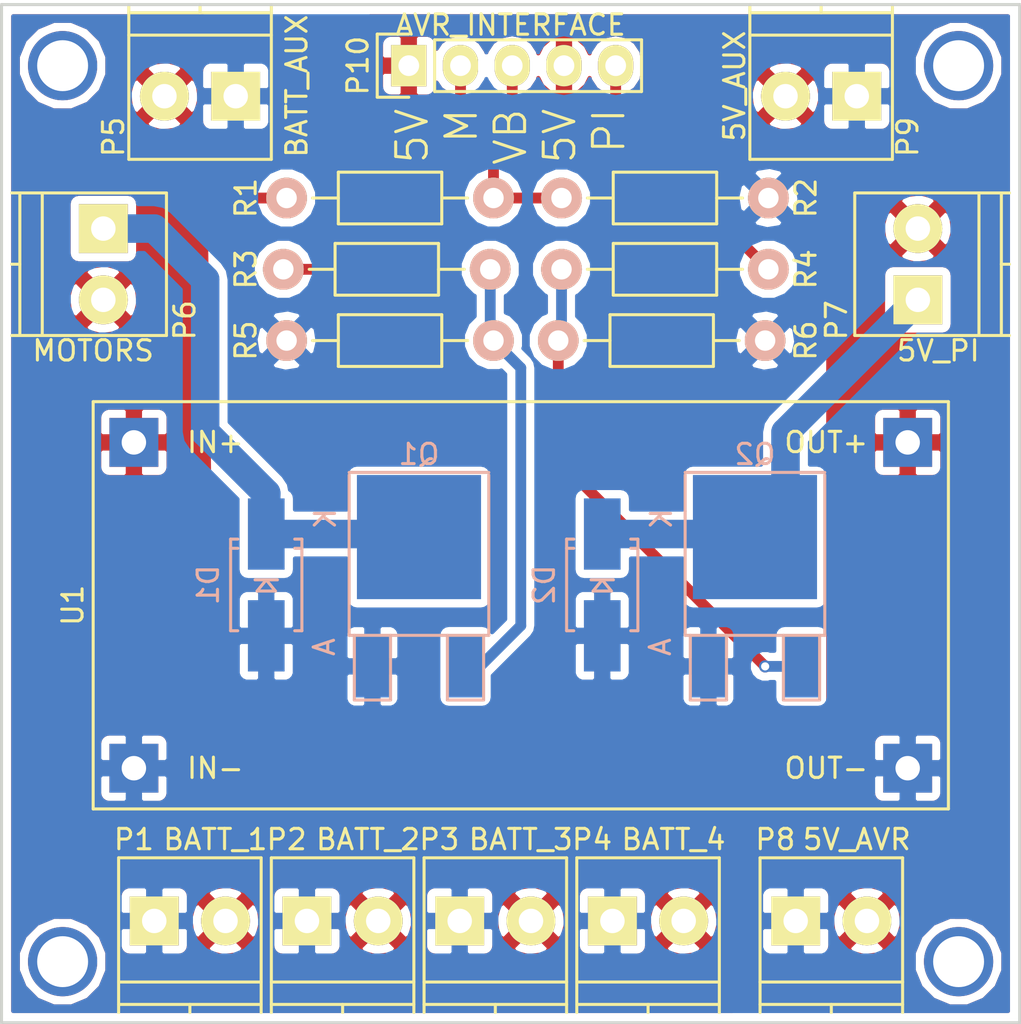
<source format=kicad_pcb>
(kicad_pcb (version 4) (host pcbnew 4.0.4-stable)

  (general
    (links 39)
    (no_connects 0)
    (area 47.990476 99.574999 102.009524 150.075001)
    (thickness 1.6)
    (drawings 5)
    (tracks 35)
    (zones 0)
    (modules 25)
    (nets 15)
  )

  (page A4)
  (layers
    (0 F.Cu signal)
    (31 B.Cu signal)
    (32 B.Adhes user)
    (33 F.Adhes user)
    (34 B.Paste user)
    (35 F.Paste user)
    (36 B.SilkS user)
    (37 F.SilkS user)
    (38 B.Mask user)
    (39 F.Mask user)
    (40 Dwgs.User user)
    (41 Cmts.User user)
    (42 Eco1.User user)
    (43 Eco2.User user)
    (44 Edge.Cuts user)
    (45 Margin user)
    (46 B.CrtYd user)
    (47 F.CrtYd user)
    (48 B.Fab user)
    (49 F.Fab user)
  )

  (setup
    (last_trace_width 1.4)
    (user_trace_width 0.53)
    (user_trace_width 0.8)
    (user_trace_width 1.1)
    (user_trace_width 1.4)
    (trace_clearance 0.2)
    (zone_clearance 0.4)
    (zone_45_only no)
    (trace_min 0.2)
    (segment_width 0.2)
    (edge_width 0.15)
    (via_size 0.6)
    (via_drill 0.4)
    (via_min_size 0.4)
    (via_min_drill 0.3)
    (uvia_size 0.3)
    (uvia_drill 0.1)
    (uvias_allowed no)
    (uvia_min_size 0.2)
    (uvia_min_drill 0.1)
    (pcb_text_width 0.3)
    (pcb_text_size 1.5 1.5)
    (mod_edge_width 0.15)
    (mod_text_size 1 1)
    (mod_text_width 0.15)
    (pad_size 1.524 1.524)
    (pad_drill 0.762)
    (pad_to_mask_clearance 0.2)
    (aux_axis_origin 0 0)
    (grid_origin 50 150)
    (visible_elements 7FFFFFFF)
    (pcbplotparams
      (layerselection 0x010f0_80000001)
      (usegerberextensions true)
      (excludeedgelayer true)
      (linewidth 0.100000)
      (plotframeref false)
      (viasonmask false)
      (mode 1)
      (useauxorigin false)
      (hpglpennumber 1)
      (hpglpenspeed 20)
      (hpglpendiameter 15)
      (hpglpenoverlay 2)
      (psnegative false)
      (psa4output false)
      (plotreference true)
      (plotvalue true)
      (plotinvisibletext false)
      (padsonsilk false)
      (subtractmaskfromsilk false)
      (outputformat 1)
      (mirror false)
      (drillshape 0)
      (scaleselection 1)
      (outputdirectory gerbers/))
  )

  (net 0 "")
  (net 1 "Net-(D1-Pad1)")
  (net 2 GND)
  (net 3 "Net-(D2-Pad1)")
  (net 4 +BATT)
  (net 5 +5V)
  (net 6 "Net-(Q1-Pad1)")
  (net 7 "Net-(Q2-Pad1)")
  (net 8 /V_BATT)
  (net 9 /EN_MOTORS)
  (net 10 /EN_PI)
  (net 11 "Net-(P11-Pad1)")
  (net 12 "Net-(P12-Pad1)")
  (net 13 "Net-(P13-Pad1)")
  (net 14 "Net-(P14-Pad1)")

  (net_class Default "This is the default net class."
    (clearance 0.2)
    (trace_width 0.25)
    (via_dia 0.6)
    (via_drill 0.4)
    (uvia_dia 0.3)
    (uvia_drill 0.1)
    (add_net +5V)
    (add_net +BATT)
    (add_net /EN_MOTORS)
    (add_net /EN_PI)
    (add_net /V_BATT)
    (add_net GND)
    (add_net "Net-(D1-Pad1)")
    (add_net "Net-(D2-Pad1)")
    (add_net "Net-(P11-Pad1)")
    (add_net "Net-(P12-Pad1)")
    (add_net "Net-(P13-Pad1)")
    (add_net "Net-(P14-Pad1)")
    (add_net "Net-(Q1-Pad1)")
    (add_net "Net-(Q2-Pad1)")
  )

  (module Diodes_SMD:SMA_Handsoldering (layer B.Cu) (tedit 552FF1AB) (tstamp 57D5E6BD)
    (at 63 128.5 270)
    (descr "Diode SMA Handsoldering")
    (tags "Diode SMA Handsoldering")
    (path /57D5EC5B)
    (attr smd)
    (fp_text reference D1 (at 0 2.85 270) (layer B.SilkS)
      (effects (font (size 1 1) (thickness 0.15)) (justify mirror))
    )
    (fp_text value D (at 0.05 -4.4 270) (layer B.Fab)
      (effects (font (size 1 1) (thickness 0.15)) (justify mirror))
    )
    (fp_line (start -4.5 2) (end 4.5 2) (layer B.CrtYd) (width 0.05))
    (fp_line (start 4.5 2) (end 4.5 -2) (layer B.CrtYd) (width 0.05))
    (fp_line (start 4.5 -2) (end -4.5 -2) (layer B.CrtYd) (width 0.05))
    (fp_line (start -4.5 -2) (end -4.5 2) (layer B.CrtYd) (width 0.05))
    (fp_line (start -0.25 0) (end 0.3 0.45) (layer B.SilkS) (width 0.15))
    (fp_line (start 0.3 0.45) (end 0.3 -0.45) (layer B.SilkS) (width 0.15))
    (fp_line (start 0.3 -0.45) (end -0.25 0) (layer B.SilkS) (width 0.15))
    (fp_line (start -0.25 0.55) (end -0.25 -0.55) (layer B.SilkS) (width 0.15))
    (fp_text user K (at -3.25 -2.9 270) (layer B.SilkS)
      (effects (font (size 1 1) (thickness 0.15)) (justify mirror))
    )
    (fp_text user A (at 3.05 -2.85 270) (layer B.SilkS)
      (effects (font (size 1 1) (thickness 0.15)) (justify mirror))
    )
    (fp_line (start -1.79914 -1.75006) (end -1.79914 -1.39954) (layer B.SilkS) (width 0.15))
    (fp_line (start -1.79914 1.75006) (end -1.79914 1.39954) (layer B.SilkS) (width 0.15))
    (fp_line (start 2.25044 -1.75006) (end 2.25044 -1.39954) (layer B.SilkS) (width 0.15))
    (fp_line (start -2.25044 -1.75006) (end -2.25044 -1.39954) (layer B.SilkS) (width 0.15))
    (fp_line (start -2.25044 1.75006) (end -2.25044 1.39954) (layer B.SilkS) (width 0.15))
    (fp_line (start 2.25044 1.75006) (end 2.25044 1.39954) (layer B.SilkS) (width 0.15))
    (fp_line (start -2.25044 -1.75006) (end 2.25044 -1.75006) (layer B.SilkS) (width 0.15))
    (fp_line (start -2.25044 1.75006) (end 2.25044 1.75006) (layer B.SilkS) (width 0.15))
    (pad 1 smd rect (at -2.49936 0 270) (size 3.50012 1.80086) (layers B.Cu B.Paste B.Mask)
      (net 1 "Net-(D1-Pad1)"))
    (pad 2 smd rect (at 2.49936 0 270) (size 3.50012 1.80086) (layers B.Cu B.Paste B.Mask)
      (net 2 GND))
    (model Diodes_SMD.3dshapes/SMA_Handsoldering.wrl
      (at (xyz 0 0 0))
      (scale (xyz 0.3937 0.3937 0.3937))
      (rotate (xyz 0 0 180))
    )
  )

  (module Diodes_SMD:SMA_Handsoldering (layer B.Cu) (tedit 552FF1AB) (tstamp 57D5E6D5)
    (at 79.5 128.5 270)
    (descr "Diode SMA Handsoldering")
    (tags "Diode SMA Handsoldering")
    (path /57D5EBD3)
    (attr smd)
    (fp_text reference D2 (at 0 2.85 270) (layer B.SilkS)
      (effects (font (size 1 1) (thickness 0.15)) (justify mirror))
    )
    (fp_text value D (at 0.05 -4.4 270) (layer B.Fab)
      (effects (font (size 1 1) (thickness 0.15)) (justify mirror))
    )
    (fp_line (start -4.5 2) (end 4.5 2) (layer B.CrtYd) (width 0.05))
    (fp_line (start 4.5 2) (end 4.5 -2) (layer B.CrtYd) (width 0.05))
    (fp_line (start 4.5 -2) (end -4.5 -2) (layer B.CrtYd) (width 0.05))
    (fp_line (start -4.5 -2) (end -4.5 2) (layer B.CrtYd) (width 0.05))
    (fp_line (start -0.25 0) (end 0.3 0.45) (layer B.SilkS) (width 0.15))
    (fp_line (start 0.3 0.45) (end 0.3 -0.45) (layer B.SilkS) (width 0.15))
    (fp_line (start 0.3 -0.45) (end -0.25 0) (layer B.SilkS) (width 0.15))
    (fp_line (start -0.25 0.55) (end -0.25 -0.55) (layer B.SilkS) (width 0.15))
    (fp_text user K (at -3.25 -2.9 270) (layer B.SilkS)
      (effects (font (size 1 1) (thickness 0.15)) (justify mirror))
    )
    (fp_text user A (at 3.05 -2.85 270) (layer B.SilkS)
      (effects (font (size 1 1) (thickness 0.15)) (justify mirror))
    )
    (fp_line (start -1.79914 -1.75006) (end -1.79914 -1.39954) (layer B.SilkS) (width 0.15))
    (fp_line (start -1.79914 1.75006) (end -1.79914 1.39954) (layer B.SilkS) (width 0.15))
    (fp_line (start 2.25044 -1.75006) (end 2.25044 -1.39954) (layer B.SilkS) (width 0.15))
    (fp_line (start -2.25044 -1.75006) (end -2.25044 -1.39954) (layer B.SilkS) (width 0.15))
    (fp_line (start -2.25044 1.75006) (end -2.25044 1.39954) (layer B.SilkS) (width 0.15))
    (fp_line (start 2.25044 1.75006) (end 2.25044 1.39954) (layer B.SilkS) (width 0.15))
    (fp_line (start -2.25044 -1.75006) (end 2.25044 -1.75006) (layer B.SilkS) (width 0.15))
    (fp_line (start -2.25044 1.75006) (end 2.25044 1.75006) (layer B.SilkS) (width 0.15))
    (pad 1 smd rect (at -2.49936 0 270) (size 3.50012 1.80086) (layers B.Cu B.Paste B.Mask)
      (net 3 "Net-(D2-Pad1)"))
    (pad 2 smd rect (at 2.49936 0 270) (size 3.50012 1.80086) (layers B.Cu B.Paste B.Mask)
      (net 2 GND))
    (model Diodes_SMD.3dshapes/SMA_Handsoldering.wrl
      (at (xyz 0 0 0))
      (scale (xyz 0.3937 0.3937 0.3937))
      (rotate (xyz 0 0 180))
    )
  )

  (module Terminal_Blocks:TerminalBlock_Pheonix_PT-3.5mm_2pol (layer F.Cu) (tedit 57D5E83D) (tstamp 57D5E6E5)
    (at 57.5 145)
    (descr "2-way 3.5mm pitch terminal block, Phoenix PT series")
    (path /57D55C50)
    (fp_text reference P1 (at -1 -4) (layer F.SilkS)
      (effects (font (size 1 1) (thickness 0.15)))
    )
    (fp_text value BATT_1 (at 3 -4) (layer F.SilkS)
      (effects (font (size 1 1) (thickness 0.15)))
    )
    (fp_line (start -1.9 -3.3) (end 5.4 -3.3) (layer F.CrtYd) (width 0.05))
    (fp_line (start -1.9 4.7) (end -1.9 -3.3) (layer F.CrtYd) (width 0.05))
    (fp_line (start 5.4 4.7) (end -1.9 4.7) (layer F.CrtYd) (width 0.05))
    (fp_line (start 5.4 -3.3) (end 5.4 4.7) (layer F.CrtYd) (width 0.05))
    (fp_line (start 1.75 4.1) (end 1.75 4.5) (layer F.SilkS) (width 0.15))
    (fp_line (start -1.75 3) (end 5.25 3) (layer F.SilkS) (width 0.15))
    (fp_line (start -1.75 4.1) (end 5.25 4.1) (layer F.SilkS) (width 0.15))
    (fp_line (start -1.75 -3.1) (end -1.75 4.5) (layer F.SilkS) (width 0.15))
    (fp_line (start 5.25 4.5) (end 5.25 -3.1) (layer F.SilkS) (width 0.15))
    (fp_line (start 5.25 -3.1) (end -1.75 -3.1) (layer F.SilkS) (width 0.15))
    (pad 2 thru_hole circle (at 3.5 0) (size 2.4 2.4) (drill 1.2) (layers *.Cu *.Mask F.SilkS)
      (net 4 +BATT))
    (pad 1 thru_hole rect (at 0 0) (size 2.4 2.4) (drill 1.2) (layers *.Cu *.Mask F.SilkS)
      (net 2 GND))
    (model Terminal_Blocks.3dshapes/TerminalBlock_Pheonix_PT-3.5mm_2pol.wrl
      (at (xyz 0 0 0))
      (scale (xyz 1 1 1))
      (rotate (xyz 0 0 0))
    )
  )

  (module Terminal_Blocks:TerminalBlock_Pheonix_PT-3.5mm_2pol (layer F.Cu) (tedit 57D5E841) (tstamp 57D5E6F5)
    (at 65 145)
    (descr "2-way 3.5mm pitch terminal block, Phoenix PT series")
    (path /57D55B6A)
    (fp_text reference P2 (at -1 -4) (layer F.SilkS)
      (effects (font (size 1 1) (thickness 0.15)))
    )
    (fp_text value BATT_2 (at 3 -4) (layer F.SilkS)
      (effects (font (size 1 1) (thickness 0.15)))
    )
    (fp_line (start -1.9 -3.3) (end 5.4 -3.3) (layer F.CrtYd) (width 0.05))
    (fp_line (start -1.9 4.7) (end -1.9 -3.3) (layer F.CrtYd) (width 0.05))
    (fp_line (start 5.4 4.7) (end -1.9 4.7) (layer F.CrtYd) (width 0.05))
    (fp_line (start 5.4 -3.3) (end 5.4 4.7) (layer F.CrtYd) (width 0.05))
    (fp_line (start 1.75 4.1) (end 1.75 4.5) (layer F.SilkS) (width 0.15))
    (fp_line (start -1.75 3) (end 5.25 3) (layer F.SilkS) (width 0.15))
    (fp_line (start -1.75 4.1) (end 5.25 4.1) (layer F.SilkS) (width 0.15))
    (fp_line (start -1.75 -3.1) (end -1.75 4.5) (layer F.SilkS) (width 0.15))
    (fp_line (start 5.25 4.5) (end 5.25 -3.1) (layer F.SilkS) (width 0.15))
    (fp_line (start 5.25 -3.1) (end -1.75 -3.1) (layer F.SilkS) (width 0.15))
    (pad 2 thru_hole circle (at 3.5 0) (size 2.4 2.4) (drill 1.2) (layers *.Cu *.Mask F.SilkS)
      (net 4 +BATT))
    (pad 1 thru_hole rect (at 0 0) (size 2.4 2.4) (drill 1.2) (layers *.Cu *.Mask F.SilkS)
      (net 2 GND))
    (model Terminal_Blocks.3dshapes/TerminalBlock_Pheonix_PT-3.5mm_2pol.wrl
      (at (xyz 0 0 0))
      (scale (xyz 1 1 1))
      (rotate (xyz 0 0 0))
    )
  )

  (module Terminal_Blocks:TerminalBlock_Pheonix_PT-3.5mm_2pol (layer F.Cu) (tedit 57D5E844) (tstamp 57D5E705)
    (at 72.5 145)
    (descr "2-way 3.5mm pitch terminal block, Phoenix PT series")
    (path /57D55C26)
    (fp_text reference P3 (at -1 -4) (layer F.SilkS)
      (effects (font (size 1 1) (thickness 0.15)))
    )
    (fp_text value BATT_3 (at 3 -4) (layer F.SilkS)
      (effects (font (size 1 1) (thickness 0.15)))
    )
    (fp_line (start -1.9 -3.3) (end 5.4 -3.3) (layer F.CrtYd) (width 0.05))
    (fp_line (start -1.9 4.7) (end -1.9 -3.3) (layer F.CrtYd) (width 0.05))
    (fp_line (start 5.4 4.7) (end -1.9 4.7) (layer F.CrtYd) (width 0.05))
    (fp_line (start 5.4 -3.3) (end 5.4 4.7) (layer F.CrtYd) (width 0.05))
    (fp_line (start 1.75 4.1) (end 1.75 4.5) (layer F.SilkS) (width 0.15))
    (fp_line (start -1.75 3) (end 5.25 3) (layer F.SilkS) (width 0.15))
    (fp_line (start -1.75 4.1) (end 5.25 4.1) (layer F.SilkS) (width 0.15))
    (fp_line (start -1.75 -3.1) (end -1.75 4.5) (layer F.SilkS) (width 0.15))
    (fp_line (start 5.25 4.5) (end 5.25 -3.1) (layer F.SilkS) (width 0.15))
    (fp_line (start 5.25 -3.1) (end -1.75 -3.1) (layer F.SilkS) (width 0.15))
    (pad 2 thru_hole circle (at 3.5 0) (size 2.4 2.4) (drill 1.2) (layers *.Cu *.Mask F.SilkS)
      (net 4 +BATT))
    (pad 1 thru_hole rect (at 0 0) (size 2.4 2.4) (drill 1.2) (layers *.Cu *.Mask F.SilkS)
      (net 2 GND))
    (model Terminal_Blocks.3dshapes/TerminalBlock_Pheonix_PT-3.5mm_2pol.wrl
      (at (xyz 0 0 0))
      (scale (xyz 1 1 1))
      (rotate (xyz 0 0 0))
    )
  )

  (module Terminal_Blocks:TerminalBlock_Pheonix_PT-3.5mm_2pol (layer F.Cu) (tedit 57D5E846) (tstamp 57D5E715)
    (at 80 145)
    (descr "2-way 3.5mm pitch terminal block, Phoenix PT series")
    (path /57D55C97)
    (fp_text reference P4 (at -1 -4) (layer F.SilkS)
      (effects (font (size 1 1) (thickness 0.15)))
    )
    (fp_text value BATT_4 (at 3 -4) (layer F.SilkS)
      (effects (font (size 1 1) (thickness 0.15)))
    )
    (fp_line (start -1.9 -3.3) (end 5.4 -3.3) (layer F.CrtYd) (width 0.05))
    (fp_line (start -1.9 4.7) (end -1.9 -3.3) (layer F.CrtYd) (width 0.05))
    (fp_line (start 5.4 4.7) (end -1.9 4.7) (layer F.CrtYd) (width 0.05))
    (fp_line (start 5.4 -3.3) (end 5.4 4.7) (layer F.CrtYd) (width 0.05))
    (fp_line (start 1.75 4.1) (end 1.75 4.5) (layer F.SilkS) (width 0.15))
    (fp_line (start -1.75 3) (end 5.25 3) (layer F.SilkS) (width 0.15))
    (fp_line (start -1.75 4.1) (end 5.25 4.1) (layer F.SilkS) (width 0.15))
    (fp_line (start -1.75 -3.1) (end -1.75 4.5) (layer F.SilkS) (width 0.15))
    (fp_line (start 5.25 4.5) (end 5.25 -3.1) (layer F.SilkS) (width 0.15))
    (fp_line (start 5.25 -3.1) (end -1.75 -3.1) (layer F.SilkS) (width 0.15))
    (pad 2 thru_hole circle (at 3.5 0) (size 2.4 2.4) (drill 1.2) (layers *.Cu *.Mask F.SilkS)
      (net 4 +BATT))
    (pad 1 thru_hole rect (at 0 0) (size 2.4 2.4) (drill 1.2) (layers *.Cu *.Mask F.SilkS)
      (net 2 GND))
    (model Terminal_Blocks.3dshapes/TerminalBlock_Pheonix_PT-3.5mm_2pol.wrl
      (at (xyz 0 0 0))
      (scale (xyz 1 1 1))
      (rotate (xyz 0 0 0))
    )
  )

  (module Terminal_Blocks:TerminalBlock_Pheonix_PT-3.5mm_2pol (layer F.Cu) (tedit 57D86559) (tstamp 57D5E725)
    (at 55 111 270)
    (descr "2-way 3.5mm pitch terminal block, Phoenix PT series")
    (path /57D5611B)
    (fp_text reference P6 (at 4.5 -4 270) (layer F.SilkS)
      (effects (font (size 1 1) (thickness 0.15)))
    )
    (fp_text value MOTORS (at 6 0.5 540) (layer F.SilkS)
      (effects (font (size 1 1) (thickness 0.15)))
    )
    (fp_line (start -1.9 -3.3) (end 5.4 -3.3) (layer F.CrtYd) (width 0.05))
    (fp_line (start -1.9 4.7) (end -1.9 -3.3) (layer F.CrtYd) (width 0.05))
    (fp_line (start 5.4 4.7) (end -1.9 4.7) (layer F.CrtYd) (width 0.05))
    (fp_line (start 5.4 -3.3) (end 5.4 4.7) (layer F.CrtYd) (width 0.05))
    (fp_line (start 1.75 4.1) (end 1.75 4.5) (layer F.SilkS) (width 0.15))
    (fp_line (start -1.75 3) (end 5.25 3) (layer F.SilkS) (width 0.15))
    (fp_line (start -1.75 4.1) (end 5.25 4.1) (layer F.SilkS) (width 0.15))
    (fp_line (start -1.75 -3.1) (end -1.75 4.5) (layer F.SilkS) (width 0.15))
    (fp_line (start 5.25 4.5) (end 5.25 -3.1) (layer F.SilkS) (width 0.15))
    (fp_line (start 5.25 -3.1) (end -1.75 -3.1) (layer F.SilkS) (width 0.15))
    (pad 2 thru_hole circle (at 3.5 0 270) (size 2.4 2.4) (drill 1.2) (layers *.Cu *.Mask F.SilkS)
      (net 4 +BATT))
    (pad 1 thru_hole rect (at 0 0 270) (size 2.4 2.4) (drill 1.2) (layers *.Cu *.Mask F.SilkS)
      (net 1 "Net-(D1-Pad1)"))
    (model Terminal_Blocks.3dshapes/TerminalBlock_Pheonix_PT-3.5mm_2pol.wrl
      (at (xyz 0 0 0))
      (scale (xyz 1 1 1))
      (rotate (xyz 0 0 0))
    )
  )

  (module Terminal_Blocks:TerminalBlock_Pheonix_PT-3.5mm_2pol (layer F.Cu) (tedit 57D86565) (tstamp 57D5E735)
    (at 95 114.5 90)
    (descr "2-way 3.5mm pitch terminal block, Phoenix PT series")
    (path /57D563BC)
    (fp_text reference P7 (at -1 -4 90) (layer F.SilkS)
      (effects (font (size 1 1) (thickness 0.15)))
    )
    (fp_text value 5V_PI (at -2.5 1 360) (layer F.SilkS)
      (effects (font (size 1 1) (thickness 0.15)))
    )
    (fp_line (start -1.9 -3.3) (end 5.4 -3.3) (layer F.CrtYd) (width 0.05))
    (fp_line (start -1.9 4.7) (end -1.9 -3.3) (layer F.CrtYd) (width 0.05))
    (fp_line (start 5.4 4.7) (end -1.9 4.7) (layer F.CrtYd) (width 0.05))
    (fp_line (start 5.4 -3.3) (end 5.4 4.7) (layer F.CrtYd) (width 0.05))
    (fp_line (start 1.75 4.1) (end 1.75 4.5) (layer F.SilkS) (width 0.15))
    (fp_line (start -1.75 3) (end 5.25 3) (layer F.SilkS) (width 0.15))
    (fp_line (start -1.75 4.1) (end 5.25 4.1) (layer F.SilkS) (width 0.15))
    (fp_line (start -1.75 -3.1) (end -1.75 4.5) (layer F.SilkS) (width 0.15))
    (fp_line (start 5.25 4.5) (end 5.25 -3.1) (layer F.SilkS) (width 0.15))
    (fp_line (start 5.25 -3.1) (end -1.75 -3.1) (layer F.SilkS) (width 0.15))
    (pad 2 thru_hole circle (at 3.5 0 90) (size 2.4 2.4) (drill 1.2) (layers *.Cu *.Mask F.SilkS)
      (net 5 +5V))
    (pad 1 thru_hole rect (at 0 0 90) (size 2.4 2.4) (drill 1.2) (layers *.Cu *.Mask F.SilkS)
      (net 3 "Net-(D2-Pad1)"))
    (model Terminal_Blocks.3dshapes/TerminalBlock_Pheonix_PT-3.5mm_2pol.wrl
      (at (xyz 0 0 0))
      (scale (xyz 1 1 1))
      (rotate (xyz 0 0 0))
    )
  )

  (module Terminal_Blocks:TerminalBlock_Pheonix_PT-3.5mm_2pol (layer F.Cu) (tedit 57D5E84B) (tstamp 57D5E745)
    (at 89 145)
    (descr "2-way 3.5mm pitch terminal block, Phoenix PT series")
    (path /57D564C7)
    (fp_text reference P8 (at -1 -4) (layer F.SilkS)
      (effects (font (size 1 1) (thickness 0.15)))
    )
    (fp_text value 5V_AVR (at 3 -4 180) (layer F.SilkS)
      (effects (font (size 1 1) (thickness 0.15)))
    )
    (fp_line (start -1.9 -3.3) (end 5.4 -3.3) (layer F.CrtYd) (width 0.05))
    (fp_line (start -1.9 4.7) (end -1.9 -3.3) (layer F.CrtYd) (width 0.05))
    (fp_line (start 5.4 4.7) (end -1.9 4.7) (layer F.CrtYd) (width 0.05))
    (fp_line (start 5.4 -3.3) (end 5.4 4.7) (layer F.CrtYd) (width 0.05))
    (fp_line (start 1.75 4.1) (end 1.75 4.5) (layer F.SilkS) (width 0.15))
    (fp_line (start -1.75 3) (end 5.25 3) (layer F.SilkS) (width 0.15))
    (fp_line (start -1.75 4.1) (end 5.25 4.1) (layer F.SilkS) (width 0.15))
    (fp_line (start -1.75 -3.1) (end -1.75 4.5) (layer F.SilkS) (width 0.15))
    (fp_line (start 5.25 4.5) (end 5.25 -3.1) (layer F.SilkS) (width 0.15))
    (fp_line (start 5.25 -3.1) (end -1.75 -3.1) (layer F.SilkS) (width 0.15))
    (pad 2 thru_hole circle (at 3.5 0) (size 2.4 2.4) (drill 1.2) (layers *.Cu *.Mask F.SilkS)
      (net 5 +5V))
    (pad 1 thru_hole rect (at 0 0) (size 2.4 2.4) (drill 1.2) (layers *.Cu *.Mask F.SilkS)
      (net 2 GND))
    (model Terminal_Blocks.3dshapes/TerminalBlock_Pheonix_PT-3.5mm_2pol.wrl
      (at (xyz 0 0 0))
      (scale (xyz 1 1 1))
      (rotate (xyz 0 0 0))
    )
  )

  (module TO_SOT_Packages_SMD:TO-252-2Lead (layer B.Cu) (tedit 0) (tstamp 57D5E757)
    (at 70.5 132.5 180)
    (descr "DPAK / TO-252 2-lead smd package")
    (tags "dpak TO-252")
    (path /57D569B4)
    (attr smd)
    (fp_text reference Q1 (at 0 10.414 180) (layer B.SilkS)
      (effects (font (size 1 1) (thickness 0.15)) (justify mirror))
    )
    (fp_text value Q_NMOS_GDS (at 0 2.413 180) (layer B.Fab)
      (effects (font (size 1 1) (thickness 0.15)) (justify mirror))
    )
    (fp_line (start 1.397 1.524) (end 1.397 -1.651) (layer B.SilkS) (width 0.15))
    (fp_line (start 1.397 -1.651) (end 3.175 -1.651) (layer B.SilkS) (width 0.15))
    (fp_line (start 3.175 -1.651) (end 3.175 1.524) (layer B.SilkS) (width 0.15))
    (fp_line (start -3.175 1.524) (end -3.175 -1.651) (layer B.SilkS) (width 0.15))
    (fp_line (start -3.175 -1.651) (end -1.397 -1.651) (layer B.SilkS) (width 0.15))
    (fp_line (start -1.397 -1.651) (end -1.397 1.524) (layer B.SilkS) (width 0.15))
    (fp_line (start 3.429 7.62) (end 3.429 1.524) (layer B.SilkS) (width 0.15))
    (fp_line (start 3.429 1.524) (end -3.429 1.524) (layer B.SilkS) (width 0.15))
    (fp_line (start -3.429 1.524) (end -3.429 9.398) (layer B.SilkS) (width 0.15))
    (fp_line (start -3.429 9.525) (end 3.429 9.525) (layer B.SilkS) (width 0.15))
    (fp_line (start 3.429 9.398) (end 3.429 7.62) (layer B.SilkS) (width 0.15))
    (pad 1 smd rect (at -2.286 0 180) (size 1.651 3.048) (layers B.Cu B.Paste B.Mask)
      (net 6 "Net-(Q1-Pad1)"))
    (pad 2 smd rect (at 0 6.35 180) (size 6.096 6.096) (layers B.Cu B.Paste B.Mask)
      (net 1 "Net-(D1-Pad1)"))
    (pad 3 smd rect (at 2.286 0 180) (size 1.651 3.048) (layers B.Cu B.Paste B.Mask)
      (net 2 GND))
    (model TO_SOT_Packages_SMD.3dshapes/TO-252-2Lead.wrl
      (at (xyz 0 0 0))
      (scale (xyz 1 1 1))
      (rotate (xyz 0 0 0))
    )
  )

  (module TO_SOT_Packages_SMD:TO-252-2Lead (layer B.Cu) (tedit 0) (tstamp 57D5E769)
    (at 87 132.5 180)
    (descr "DPAK / TO-252 2-lead smd package")
    (tags "dpak TO-252")
    (path /57D58D2B)
    (attr smd)
    (fp_text reference Q2 (at 0 10.414 180) (layer B.SilkS)
      (effects (font (size 1 1) (thickness 0.15)) (justify mirror))
    )
    (fp_text value Q_NMOS_GDS (at 0 2.413 180) (layer B.Fab)
      (effects (font (size 1 1) (thickness 0.15)) (justify mirror))
    )
    (fp_line (start 1.397 1.524) (end 1.397 -1.651) (layer B.SilkS) (width 0.15))
    (fp_line (start 1.397 -1.651) (end 3.175 -1.651) (layer B.SilkS) (width 0.15))
    (fp_line (start 3.175 -1.651) (end 3.175 1.524) (layer B.SilkS) (width 0.15))
    (fp_line (start -3.175 1.524) (end -3.175 -1.651) (layer B.SilkS) (width 0.15))
    (fp_line (start -3.175 -1.651) (end -1.397 -1.651) (layer B.SilkS) (width 0.15))
    (fp_line (start -1.397 -1.651) (end -1.397 1.524) (layer B.SilkS) (width 0.15))
    (fp_line (start 3.429 7.62) (end 3.429 1.524) (layer B.SilkS) (width 0.15))
    (fp_line (start 3.429 1.524) (end -3.429 1.524) (layer B.SilkS) (width 0.15))
    (fp_line (start -3.429 1.524) (end -3.429 9.398) (layer B.SilkS) (width 0.15))
    (fp_line (start -3.429 9.525) (end 3.429 9.525) (layer B.SilkS) (width 0.15))
    (fp_line (start 3.429 9.398) (end 3.429 7.62) (layer B.SilkS) (width 0.15))
    (pad 1 smd rect (at -2.286 0 180) (size 1.651 3.048) (layers B.Cu B.Paste B.Mask)
      (net 7 "Net-(Q2-Pad1)"))
    (pad 2 smd rect (at 0 6.35 180) (size 6.096 6.096) (layers B.Cu B.Paste B.Mask)
      (net 3 "Net-(D2-Pad1)"))
    (pad 3 smd rect (at 2.286 0 180) (size 1.651 3.048) (layers B.Cu B.Paste B.Mask)
      (net 2 GND))
    (model TO_SOT_Packages_SMD.3dshapes/TO-252-2Lead.wrl
      (at (xyz 0 0 0))
      (scale (xyz 1 1 1))
      (rotate (xyz 0 0 0))
    )
  )

  (module Resistors_ThroughHole:Resistor_Horizontal_RM10mm (layer F.Cu) (tedit 57D5ECA4) (tstamp 57D5E779)
    (at 64 109.5)
    (descr "Resistor, Axial,  RM 10mm, 1/3W")
    (tags "Resistor Axial RM 10mm 1/3W")
    (path /57D576F6)
    (fp_text reference R1 (at -2 0 90) (layer F.SilkS)
      (effects (font (size 1 1) (thickness 0.15)))
    )
    (fp_text value 33k (at 5.08 3.81) (layer F.Fab)
      (effects (font (size 1 1) (thickness 0.15)))
    )
    (fp_line (start -1.25 -1.5) (end 11.4 -1.5) (layer F.CrtYd) (width 0.05))
    (fp_line (start -1.25 1.5) (end -1.25 -1.5) (layer F.CrtYd) (width 0.05))
    (fp_line (start 11.4 -1.5) (end 11.4 1.5) (layer F.CrtYd) (width 0.05))
    (fp_line (start -1.25 1.5) (end 11.4 1.5) (layer F.CrtYd) (width 0.05))
    (fp_line (start 2.54 -1.27) (end 7.62 -1.27) (layer F.SilkS) (width 0.15))
    (fp_line (start 7.62 -1.27) (end 7.62 1.27) (layer F.SilkS) (width 0.15))
    (fp_line (start 7.62 1.27) (end 2.54 1.27) (layer F.SilkS) (width 0.15))
    (fp_line (start 2.54 1.27) (end 2.54 -1.27) (layer F.SilkS) (width 0.15))
    (fp_line (start 2.54 0) (end 1.27 0) (layer F.SilkS) (width 0.15))
    (fp_line (start 7.62 0) (end 8.89 0) (layer F.SilkS) (width 0.15))
    (pad 1 thru_hole circle (at 0 0) (size 1.99898 1.99898) (drill 1.00076) (layers *.Cu *.SilkS *.Mask)
      (net 4 +BATT))
    (pad 2 thru_hole circle (at 10.16 0) (size 1.99898 1.99898) (drill 1.00076) (layers *.Cu *.SilkS *.Mask)
      (net 8 /V_BATT))
    (model Resistors_ThroughHole.3dshapes/Resistor_Horizontal_RM10mm.wrl
      (at (xyz 0.2 0 0))
      (scale (xyz 0.4 0.4 0.4))
      (rotate (xyz 0 0 0))
    )
  )

  (module Resistors_ThroughHole:Resistor_Horizontal_RM10mm (layer F.Cu) (tedit 57D5ECA9) (tstamp 57D5E789)
    (at 77.5 109.5)
    (descr "Resistor, Axial,  RM 10mm, 1/3W")
    (tags "Resistor Axial RM 10mm 1/3W")
    (path /57D5772F)
    (fp_text reference R2 (at 12 0 90) (layer F.SilkS)
      (effects (font (size 1 1) (thickness 0.15)))
    )
    (fp_text value 15k (at 5.08 3.81) (layer F.Fab)
      (effects (font (size 1 1) (thickness 0.15)))
    )
    (fp_line (start -1.25 -1.5) (end 11.4 -1.5) (layer F.CrtYd) (width 0.05))
    (fp_line (start -1.25 1.5) (end -1.25 -1.5) (layer F.CrtYd) (width 0.05))
    (fp_line (start 11.4 -1.5) (end 11.4 1.5) (layer F.CrtYd) (width 0.05))
    (fp_line (start -1.25 1.5) (end 11.4 1.5) (layer F.CrtYd) (width 0.05))
    (fp_line (start 2.54 -1.27) (end 7.62 -1.27) (layer F.SilkS) (width 0.15))
    (fp_line (start 7.62 -1.27) (end 7.62 1.27) (layer F.SilkS) (width 0.15))
    (fp_line (start 7.62 1.27) (end 2.54 1.27) (layer F.SilkS) (width 0.15))
    (fp_line (start 2.54 1.27) (end 2.54 -1.27) (layer F.SilkS) (width 0.15))
    (fp_line (start 2.54 0) (end 1.27 0) (layer F.SilkS) (width 0.15))
    (fp_line (start 7.62 0) (end 8.89 0) (layer F.SilkS) (width 0.15))
    (pad 1 thru_hole circle (at 0 0) (size 1.99898 1.99898) (drill 1.00076) (layers *.Cu *.SilkS *.Mask)
      (net 8 /V_BATT))
    (pad 2 thru_hole circle (at 10.16 0) (size 1.99898 1.99898) (drill 1.00076) (layers *.Cu *.SilkS *.Mask)
      (net 2 GND))
    (model Resistors_ThroughHole.3dshapes/Resistor_Horizontal_RM10mm.wrl
      (at (xyz 0.2 0 0))
      (scale (xyz 0.4 0.4 0.4))
      (rotate (xyz 0 0 0))
    )
  )

  (module Resistors_ThroughHole:Resistor_Horizontal_RM10mm (layer F.Cu) (tedit 57D5E882) (tstamp 57D5E799)
    (at 74 113 180)
    (descr "Resistor, Axial,  RM 10mm, 1/3W")
    (tags "Resistor Axial RM 10mm 1/3W")
    (path /57D56E4B)
    (fp_text reference R3 (at 12 0 270) (layer F.SilkS)
      (effects (font (size 1 1) (thickness 0.15)))
    )
    (fp_text value 220 (at 5.08 3.81 180) (layer F.Fab)
      (effects (font (size 1 1) (thickness 0.15)))
    )
    (fp_line (start -1.25 -1.5) (end 11.4 -1.5) (layer F.CrtYd) (width 0.05))
    (fp_line (start -1.25 1.5) (end -1.25 -1.5) (layer F.CrtYd) (width 0.05))
    (fp_line (start 11.4 -1.5) (end 11.4 1.5) (layer F.CrtYd) (width 0.05))
    (fp_line (start -1.25 1.5) (end 11.4 1.5) (layer F.CrtYd) (width 0.05))
    (fp_line (start 2.54 -1.27) (end 7.62 -1.27) (layer F.SilkS) (width 0.15))
    (fp_line (start 7.62 -1.27) (end 7.62 1.27) (layer F.SilkS) (width 0.15))
    (fp_line (start 7.62 1.27) (end 2.54 1.27) (layer F.SilkS) (width 0.15))
    (fp_line (start 2.54 1.27) (end 2.54 -1.27) (layer F.SilkS) (width 0.15))
    (fp_line (start 2.54 0) (end 1.27 0) (layer F.SilkS) (width 0.15))
    (fp_line (start 7.62 0) (end 8.89 0) (layer F.SilkS) (width 0.15))
    (pad 1 thru_hole circle (at 0 0 180) (size 1.99898 1.99898) (drill 1.00076) (layers *.Cu *.SilkS *.Mask)
      (net 6 "Net-(Q1-Pad1)"))
    (pad 2 thru_hole circle (at 10.16 0 180) (size 1.99898 1.99898) (drill 1.00076) (layers *.Cu *.SilkS *.Mask)
      (net 9 /EN_MOTORS))
    (model Resistors_ThroughHole.3dshapes/Resistor_Horizontal_RM10mm.wrl
      (at (xyz 0.2 0 0))
      (scale (xyz 0.4 0.4 0.4))
      (rotate (xyz 0 0 0))
    )
  )

  (module Resistors_ThroughHole:Resistor_Horizontal_RM10mm (layer F.Cu) (tedit 57D5E897) (tstamp 57D5E7A9)
    (at 77.5 113)
    (descr "Resistor, Axial,  RM 10mm, 1/3W")
    (tags "Resistor Axial RM 10mm 1/3W")
    (path /57D58D31)
    (fp_text reference R4 (at 12 0 90) (layer F.SilkS)
      (effects (font (size 1 1) (thickness 0.15)))
    )
    (fp_text value 220 (at 5.08 3.81) (layer F.Fab)
      (effects (font (size 1 1) (thickness 0.15)))
    )
    (fp_line (start -1.25 -1.5) (end 11.4 -1.5) (layer F.CrtYd) (width 0.05))
    (fp_line (start -1.25 1.5) (end -1.25 -1.5) (layer F.CrtYd) (width 0.05))
    (fp_line (start 11.4 -1.5) (end 11.4 1.5) (layer F.CrtYd) (width 0.05))
    (fp_line (start -1.25 1.5) (end 11.4 1.5) (layer F.CrtYd) (width 0.05))
    (fp_line (start 2.54 -1.27) (end 7.62 -1.27) (layer F.SilkS) (width 0.15))
    (fp_line (start 7.62 -1.27) (end 7.62 1.27) (layer F.SilkS) (width 0.15))
    (fp_line (start 7.62 1.27) (end 2.54 1.27) (layer F.SilkS) (width 0.15))
    (fp_line (start 2.54 1.27) (end 2.54 -1.27) (layer F.SilkS) (width 0.15))
    (fp_line (start 2.54 0) (end 1.27 0) (layer F.SilkS) (width 0.15))
    (fp_line (start 7.62 0) (end 8.89 0) (layer F.SilkS) (width 0.15))
    (pad 1 thru_hole circle (at 0 0) (size 1.99898 1.99898) (drill 1.00076) (layers *.Cu *.SilkS *.Mask)
      (net 7 "Net-(Q2-Pad1)"))
    (pad 2 thru_hole circle (at 10.16 0) (size 1.99898 1.99898) (drill 1.00076) (layers *.Cu *.SilkS *.Mask)
      (net 10 /EN_PI))
    (model Resistors_ThroughHole.3dshapes/Resistor_Horizontal_RM10mm.wrl
      (at (xyz 0.2 0 0))
      (scale (xyz 0.4 0.4 0.4))
      (rotate (xyz 0 0 0))
    )
  )

  (module Resistors_ThroughHole:Resistor_Horizontal_RM10mm (layer F.Cu) (tedit 57D5E884) (tstamp 57D5E7B9)
    (at 64 116.5)
    (descr "Resistor, Axial,  RM 10mm, 1/3W")
    (tags "Resistor Axial RM 10mm 1/3W")
    (path /57D56EFA)
    (fp_text reference R5 (at -2 0 90) (layer F.SilkS)
      (effects (font (size 1 1) (thickness 0.15)))
    )
    (fp_text value 15k (at 5.08 3.81) (layer F.Fab)
      (effects (font (size 1 1) (thickness 0.15)))
    )
    (fp_line (start -1.25 -1.5) (end 11.4 -1.5) (layer F.CrtYd) (width 0.05))
    (fp_line (start -1.25 1.5) (end -1.25 -1.5) (layer F.CrtYd) (width 0.05))
    (fp_line (start 11.4 -1.5) (end 11.4 1.5) (layer F.CrtYd) (width 0.05))
    (fp_line (start -1.25 1.5) (end 11.4 1.5) (layer F.CrtYd) (width 0.05))
    (fp_line (start 2.54 -1.27) (end 7.62 -1.27) (layer F.SilkS) (width 0.15))
    (fp_line (start 7.62 -1.27) (end 7.62 1.27) (layer F.SilkS) (width 0.15))
    (fp_line (start 7.62 1.27) (end 2.54 1.27) (layer F.SilkS) (width 0.15))
    (fp_line (start 2.54 1.27) (end 2.54 -1.27) (layer F.SilkS) (width 0.15))
    (fp_line (start 2.54 0) (end 1.27 0) (layer F.SilkS) (width 0.15))
    (fp_line (start 7.62 0) (end 8.89 0) (layer F.SilkS) (width 0.15))
    (pad 1 thru_hole circle (at 0 0) (size 1.99898 1.99898) (drill 1.00076) (layers *.Cu *.SilkS *.Mask)
      (net 2 GND))
    (pad 2 thru_hole circle (at 10.16 0) (size 1.99898 1.99898) (drill 1.00076) (layers *.Cu *.SilkS *.Mask)
      (net 6 "Net-(Q1-Pad1)"))
    (model Resistors_ThroughHole.3dshapes/Resistor_Horizontal_RM10mm.wrl
      (at (xyz 0.2 0 0))
      (scale (xyz 0.4 0.4 0.4))
      (rotate (xyz 0 0 0))
    )
  )

  (module Resistors_ThroughHole:Resistor_Horizontal_RM10mm (layer F.Cu) (tedit 57D5E896) (tstamp 57D5E7C9)
    (at 87.5 116.5 180)
    (descr "Resistor, Axial,  RM 10mm, 1/3W")
    (tags "Resistor Axial RM 10mm 1/3W")
    (path /57D58D37)
    (fp_text reference R6 (at -2 0 270) (layer F.SilkS)
      (effects (font (size 1 1) (thickness 0.15)))
    )
    (fp_text value 15k (at 5.08 3.81 180) (layer F.Fab)
      (effects (font (size 1 1) (thickness 0.15)))
    )
    (fp_line (start -1.25 -1.5) (end 11.4 -1.5) (layer F.CrtYd) (width 0.05))
    (fp_line (start -1.25 1.5) (end -1.25 -1.5) (layer F.CrtYd) (width 0.05))
    (fp_line (start 11.4 -1.5) (end 11.4 1.5) (layer F.CrtYd) (width 0.05))
    (fp_line (start -1.25 1.5) (end 11.4 1.5) (layer F.CrtYd) (width 0.05))
    (fp_line (start 2.54 -1.27) (end 7.62 -1.27) (layer F.SilkS) (width 0.15))
    (fp_line (start 7.62 -1.27) (end 7.62 1.27) (layer F.SilkS) (width 0.15))
    (fp_line (start 7.62 1.27) (end 2.54 1.27) (layer F.SilkS) (width 0.15))
    (fp_line (start 2.54 1.27) (end 2.54 -1.27) (layer F.SilkS) (width 0.15))
    (fp_line (start 2.54 0) (end 1.27 0) (layer F.SilkS) (width 0.15))
    (fp_line (start 7.62 0) (end 8.89 0) (layer F.SilkS) (width 0.15))
    (pad 1 thru_hole circle (at 0 0 180) (size 1.99898 1.99898) (drill 1.00076) (layers *.Cu *.SilkS *.Mask)
      (net 2 GND))
    (pad 2 thru_hole circle (at 10.16 0 180) (size 1.99898 1.99898) (drill 1.00076) (layers *.Cu *.SilkS *.Mask)
      (net 7 "Net-(Q2-Pad1)"))
    (model Resistors_ThroughHole.3dshapes/Resistor_Horizontal_RM10mm.wrl
      (at (xyz 0.2 0 0))
      (scale (xyz 0.4 0.4 0.4))
      (rotate (xyz 0 0 0))
    )
  )

  (module footprints:LM2596S_CARRIER (layer F.Cu) (tedit 57D5ECBE) (tstamp 57D5E7DA)
    (at 75.5 129.5)
    (path /57D565A5)
    (fp_text reference U1 (at -22 0 90) (layer F.SilkS)
      (effects (font (size 1 1) (thickness 0.15)))
    )
    (fp_text value LM2596S_Carrier (at 0 -0.5) (layer F.Fab)
      (effects (font (size 1 1) (thickness 0.15)))
    )
    (fp_text user OUT- (at 15 8) (layer F.SilkS)
      (effects (font (size 1 1) (thickness 0.15)))
    )
    (fp_text user OUT+ (at 15 -8) (layer F.SilkS)
      (effects (font (size 1 1) (thickness 0.15)))
    )
    (fp_text user IN+ (at -15 -8) (layer F.SilkS)
      (effects (font (size 1 1) (thickness 0.15)))
    )
    (fp_text user IN- (at -15 8) (layer F.SilkS)
      (effects (font (size 1 1) (thickness 0.15)))
    )
    (fp_line (start 0 -10) (end 21 -10) (layer F.SilkS) (width 0.15))
    (fp_line (start 21 -10) (end 21 10) (layer F.SilkS) (width 0.15))
    (fp_line (start 21 10) (end -21 10) (layer F.SilkS) (width 0.15))
    (fp_line (start -21 10) (end -21 -10) (layer F.SilkS) (width 0.15))
    (fp_line (start -21 -10) (end 0 -10) (layer F.SilkS) (width 0.15))
    (pad 3 thru_hole rect (at 19 8) (size 2.4 2.4) (drill 1.2) (layers *.Cu *.Mask)
      (net 2 GND))
    (pad 4 thru_hole rect (at 19 -8) (size 2.4 2.4) (drill 1.2) (layers *.Cu *.Mask)
      (net 5 +5V))
    (pad 2 thru_hole rect (at -19 -8) (size 2.4 2.4) (drill 1.2) (layers *.Cu *.Mask)
      (net 4 +BATT))
    (pad 1 thru_hole rect (at -19 8) (size 2.4 2.4) (drill 1.2) (layers *.Cu *.Mask)
      (net 2 GND))
  )

  (module Pin_Headers:Pin_Header_Straight_1x05 (layer F.Cu) (tedit 57D5F0A5) (tstamp 57D5F46F)
    (at 70 103 90)
    (descr "Through hole pin header")
    (tags "pin header")
    (path /57D5EFD8)
    (fp_text reference P10 (at 0 -2.5 90) (layer F.SilkS)
      (effects (font (size 1 1) (thickness 0.15)))
    )
    (fp_text value AVR_INTERFACE (at 2 5 180) (layer F.SilkS)
      (effects (font (size 1 1) (thickness 0.15)))
    )
    (fp_line (start -1.55 0) (end -1.55 -1.55) (layer F.SilkS) (width 0.15))
    (fp_line (start -1.55 -1.55) (end 1.55 -1.55) (layer F.SilkS) (width 0.15))
    (fp_line (start 1.55 -1.55) (end 1.55 0) (layer F.SilkS) (width 0.15))
    (fp_line (start -1.75 -1.75) (end -1.75 11.95) (layer F.CrtYd) (width 0.05))
    (fp_line (start 1.75 -1.75) (end 1.75 11.95) (layer F.CrtYd) (width 0.05))
    (fp_line (start -1.75 -1.75) (end 1.75 -1.75) (layer F.CrtYd) (width 0.05))
    (fp_line (start -1.75 11.95) (end 1.75 11.95) (layer F.CrtYd) (width 0.05))
    (fp_line (start 1.27 1.27) (end 1.27 11.43) (layer F.SilkS) (width 0.15))
    (fp_line (start 1.27 11.43) (end -1.27 11.43) (layer F.SilkS) (width 0.15))
    (fp_line (start -1.27 11.43) (end -1.27 1.27) (layer F.SilkS) (width 0.15))
    (fp_line (start 1.27 1.27) (end -1.27 1.27) (layer F.SilkS) (width 0.15))
    (pad 1 thru_hole rect (at 0 0 90) (size 2.032 1.7272) (drill 1.016) (layers *.Cu *.Mask F.SilkS)
      (net 5 +5V))
    (pad 2 thru_hole oval (at 0 2.54 90) (size 2.032 1.7272) (drill 1.016) (layers *.Cu *.Mask F.SilkS)
      (net 9 /EN_MOTORS))
    (pad 3 thru_hole oval (at 0 5.08 90) (size 2.032 1.7272) (drill 1.016) (layers *.Cu *.Mask F.SilkS)
      (net 8 /V_BATT))
    (pad 4 thru_hole oval (at 0 7.62 90) (size 2.032 1.7272) (drill 1.016) (layers *.Cu *.Mask F.SilkS)
      (net 5 +5V))
    (pad 5 thru_hole oval (at 0 10.16 90) (size 2.032 1.7272) (drill 1.016) (layers *.Cu *.Mask F.SilkS)
      (net 10 /EN_PI))
    (model Pin_Headers.3dshapes/Pin_Header_Straight_1x05.wrl
      (at (xyz 0 -0.2 0))
      (scale (xyz 1 1 1))
      (rotate (xyz 0 0 90))
    )
  )

  (module Terminal_Blocks:TerminalBlock_Pheonix_PT-3.5mm_2pol (layer F.Cu) (tedit 57D86575) (tstamp 57D862F6)
    (at 92 104.5 180)
    (descr "2-way 3.5mm pitch terminal block, Phoenix PT series")
    (path /57D863AB)
    (fp_text reference P9 (at -2.5 -2 270) (layer F.SilkS)
      (effects (font (size 1 1) (thickness 0.15)))
    )
    (fp_text value 5V_AUX (at 6 0.5 270) (layer F.SilkS)
      (effects (font (size 1 1) (thickness 0.15)))
    )
    (fp_line (start -1.9 -3.3) (end 5.4 -3.3) (layer F.CrtYd) (width 0.05))
    (fp_line (start -1.9 4.7) (end -1.9 -3.3) (layer F.CrtYd) (width 0.05))
    (fp_line (start 5.4 4.7) (end -1.9 4.7) (layer F.CrtYd) (width 0.05))
    (fp_line (start 5.4 -3.3) (end 5.4 4.7) (layer F.CrtYd) (width 0.05))
    (fp_line (start 1.75 4.1) (end 1.75 4.5) (layer F.SilkS) (width 0.15))
    (fp_line (start -1.75 3) (end 5.25 3) (layer F.SilkS) (width 0.15))
    (fp_line (start -1.75 4.1) (end 5.25 4.1) (layer F.SilkS) (width 0.15))
    (fp_line (start -1.75 -3.1) (end -1.75 4.5) (layer F.SilkS) (width 0.15))
    (fp_line (start 5.25 4.5) (end 5.25 -3.1) (layer F.SilkS) (width 0.15))
    (fp_line (start 5.25 -3.1) (end -1.75 -3.1) (layer F.SilkS) (width 0.15))
    (pad 2 thru_hole circle (at 3.5 0 180) (size 2.4 2.4) (drill 1.2) (layers *.Cu *.Mask F.SilkS)
      (net 5 +5V))
    (pad 1 thru_hole rect (at 0 0 180) (size 2.4 2.4) (drill 1.2) (layers *.Cu *.Mask F.SilkS)
      (net 2 GND))
    (model Terminal_Blocks.3dshapes/TerminalBlock_Pheonix_PT-3.5mm_2pol.wrl
      (at (xyz 0 0 0))
      (scale (xyz 1 1 1))
      (rotate (xyz 0 0 0))
    )
  )

  (module footprints:MOUNT_HOLE (layer F.Cu) (tedit 57D861A0) (tstamp 57D862FB)
    (at 53 147)
    (path /57D87118)
    (fp_text reference P11 (at 0 0) (layer F.SilkS) hide
      (effects (font (size 1 1) (thickness 0.15)))
    )
    (fp_text value MOUNT_HOLE (at 0 2) (layer F.Fab) hide
      (effects (font (size 1 1) (thickness 0.15)))
    )
    (pad 1 thru_hole circle (at 0 0) (size 3.4 3.4) (drill 2.5) (layers *.Cu *.Mask)
      (net 11 "Net-(P11-Pad1)"))
  )

  (module footprints:MOUNT_HOLE (layer F.Cu) (tedit 57D861A0) (tstamp 57D86300)
    (at 97 147)
    (path /57D871A3)
    (fp_text reference P12 (at 0 0) (layer F.SilkS) hide
      (effects (font (size 1 1) (thickness 0.15)))
    )
    (fp_text value MOUNT_HOLE (at 0 2) (layer F.Fab) hide
      (effects (font (size 1 1) (thickness 0.15)))
    )
    (pad 1 thru_hole circle (at 0 0) (size 3.4 3.4) (drill 2.5) (layers *.Cu *.Mask)
      (net 12 "Net-(P12-Pad1)"))
  )

  (module footprints:MOUNT_HOLE (layer F.Cu) (tedit 57D861A0) (tstamp 57D86305)
    (at 97 103)
    (path /57D8720D)
    (fp_text reference P13 (at 0 0) (layer F.SilkS) hide
      (effects (font (size 1 1) (thickness 0.15)))
    )
    (fp_text value MOUNT_HOLE (at 0 2) (layer F.Fab) hide
      (effects (font (size 1 1) (thickness 0.15)))
    )
    (pad 1 thru_hole circle (at 0 0) (size 3.4 3.4) (drill 2.5) (layers *.Cu *.Mask)
      (net 13 "Net-(P13-Pad1)"))
  )

  (module footprints:MOUNT_HOLE (layer F.Cu) (tedit 57D861A0) (tstamp 57D8630A)
    (at 53 103)
    (path /57D87274)
    (fp_text reference P14 (at 0 0) (layer F.SilkS) hide
      (effects (font (size 1 1) (thickness 0.15)))
    )
    (fp_text value MOUNT_HOLE (at 0 2) (layer F.Fab) hide
      (effects (font (size 1 1) (thickness 0.15)))
    )
    (pad 1 thru_hole circle (at 0 0) (size 3.4 3.4) (drill 2.5) (layers *.Cu *.Mask)
      (net 14 "Net-(P14-Pad1)"))
  )

  (module Terminal_Blocks:TerminalBlock_Pheonix_PT-3.5mm_2pol (layer F.Cu) (tedit 57D8653F) (tstamp 57D8669A)
    (at 61.5 104.5 180)
    (descr "2-way 3.5mm pitch terminal block, Phoenix PT series")
    (path /57D88027)
    (fp_text reference P5 (at 6 -2 270) (layer F.SilkS)
      (effects (font (size 1 1) (thickness 0.15)))
    )
    (fp_text value BATT_AUX (at -3 0.5 270) (layer F.SilkS)
      (effects (font (size 1 1) (thickness 0.15)))
    )
    (fp_line (start -1.9 -3.3) (end 5.4 -3.3) (layer F.CrtYd) (width 0.05))
    (fp_line (start -1.9 4.7) (end -1.9 -3.3) (layer F.CrtYd) (width 0.05))
    (fp_line (start 5.4 4.7) (end -1.9 4.7) (layer F.CrtYd) (width 0.05))
    (fp_line (start 5.4 -3.3) (end 5.4 4.7) (layer F.CrtYd) (width 0.05))
    (fp_line (start 1.75 4.1) (end 1.75 4.5) (layer F.SilkS) (width 0.15))
    (fp_line (start -1.75 3) (end 5.25 3) (layer F.SilkS) (width 0.15))
    (fp_line (start -1.75 4.1) (end 5.25 4.1) (layer F.SilkS) (width 0.15))
    (fp_line (start -1.75 -3.1) (end -1.75 4.5) (layer F.SilkS) (width 0.15))
    (fp_line (start 5.25 4.5) (end 5.25 -3.1) (layer F.SilkS) (width 0.15))
    (fp_line (start 5.25 -3.1) (end -1.75 -3.1) (layer F.SilkS) (width 0.15))
    (pad 2 thru_hole circle (at 3.5 0 180) (size 2.4 2.4) (drill 1.2) (layers *.Cu *.Mask F.SilkS)
      (net 4 +BATT))
    (pad 1 thru_hole rect (at 0 0 180) (size 2.4 2.4) (drill 1.2) (layers *.Cu *.Mask F.SilkS)
      (net 2 GND))
    (model Terminal_Blocks.3dshapes/TerminalBlock_Pheonix_PT-3.5mm_2pol.wrl
      (at (xyz 0 0 0))
      (scale (xyz 1 1 1))
      (rotate (xyz 0 0 0))
    )
  )

  (gr_text "5V\nM\nVB\n5V\nPI" (at 75 105 90) (layer F.SilkS)
    (effects (font (size 1.5 1.5) (thickness 0.15)) (justify right))
  )
  (gr_line (start 100 150) (end 50 150) (angle 90) (layer Edge.Cuts) (width 0.15))
  (gr_line (start 100 100) (end 100 150) (angle 90) (layer Edge.Cuts) (width 0.15))
  (gr_line (start 50 100) (end 100 100) (angle 90) (layer Edge.Cuts) (width 0.15))
  (gr_line (start 50 150) (end 50 100) (angle 90) (layer Edge.Cuts) (width 0.15))

  (segment (start 55 111) (end 57.5 111) (width 1.4) (layer B.Cu) (net 1))
  (segment (start 63 124) (end 63 126.00064) (width 1.4) (layer B.Cu) (net 1) (tstamp 57D86517))
  (segment (start 60 121) (end 63 124) (width 1.4) (layer B.Cu) (net 1) (tstamp 57D86516))
  (segment (start 60 113.5) (end 60 121) (width 1.4) (layer B.Cu) (net 1) (tstamp 57D86515))
  (segment (start 57.5 111) (end 60 113.5) (width 1.4) (layer B.Cu) (net 1) (tstamp 57D86514))
  (segment (start 63 126.00064) (end 70.35064 126.00064) (width 1.4) (layer B.Cu) (net 1))
  (segment (start 70.35064 126.00064) (end 70.5 126.15) (width 1.4) (layer B.Cu) (net 1) (tstamp 57D5F412))
  (segment (start 95 114.5) (end 88.5 121) (width 1.4) (layer B.Cu) (net 3))
  (segment (start 88.5 121) (end 88.5 124.65) (width 1.4) (layer B.Cu) (net 3) (tstamp 57D86510))
  (segment (start 88.5 124.65) (end 87 126.15) (width 1.4) (layer B.Cu) (net 3) (tstamp 57D86511))
  (segment (start 79.5 126.00064) (end 86.85064 126.00064) (width 1.4) (layer B.Cu) (net 3))
  (segment (start 86.85064 126.00064) (end 87 126.15) (width 1.4) (layer B.Cu) (net 3) (tstamp 57D5F41A))
  (segment (start 64 109.5) (end 60.5 109.5) (width 0.53) (layer F.Cu) (net 4))
  (segment (start 60.5 109.5) (end 59.5 110.5) (width 0.53) (layer F.Cu) (net 4) (tstamp 57D5F423))
  (segment (start 72.786 132.5) (end 73.5 132.5) (width 0.53) (layer B.Cu) (net 6))
  (segment (start 73.5 132.5) (end 75.5 130.5) (width 0.53) (layer B.Cu) (net 6) (tstamp 57D5F428))
  (segment (start 75.5 130.5) (end 75.5 117.84) (width 0.53) (layer B.Cu) (net 6) (tstamp 57D5F429))
  (segment (start 75.5 117.84) (end 74.16 116.5) (width 0.53) (layer B.Cu) (net 6) (tstamp 57D5F42A))
  (segment (start 74 113) (end 74 116.34) (width 0.53) (layer B.Cu) (net 6))
  (segment (start 74 116.34) (end 74.16 116.5) (width 0.53) (layer B.Cu) (net 6) (tstamp 57D5F41D))
  (segment (start 89.286 132.5) (end 87.5 132.5) (width 0.53) (layer B.Cu) (net 7))
  (segment (start 77.34 122.34) (end 87.5 132.5) (width 0.53) (layer F.Cu) (net 7) (tstamp 57D5F42F))
  (via (at 87.5 132.5) (size 0.6) (drill 0.4) (layers F.Cu B.Cu) (net 7))
  (segment (start 77.34 122.34) (end 77.34 116.5) (width 0.53) (layer F.Cu) (net 7))
  (segment (start 77.5 113) (end 77.5 116.34) (width 0.53) (layer B.Cu) (net 7))
  (segment (start 77.5 116.34) (end 77.34 116.5) (width 0.53) (layer B.Cu) (net 7) (tstamp 57D5F420))
  (segment (start 74.16 109.5) (end 74.16 105.84) (width 0.53) (layer F.Cu) (net 8))
  (segment (start 75.08 104.92) (end 75.08 103) (width 0.53) (layer F.Cu) (net 8) (tstamp 57D5F5B3))
  (segment (start 74.16 105.84) (end 75.08 104.92) (width 0.53) (layer F.Cu) (net 8) (tstamp 57D5F5B2))
  (segment (start 77.5 109.5) (end 74.16 109.5) (width 0.53) (layer F.Cu) (net 8))
  (segment (start 72.54 103) (end 72.54 106.96) (width 0.53) (layer F.Cu) (net 9))
  (segment (start 66.5 113) (end 72.54 106.96) (width 0.53) (layer F.Cu) (net 9) (tstamp 57D5F518))
  (segment (start 66.5 113) (end 63.84 113) (width 0.53) (layer F.Cu) (net 9))
  (segment (start 80.16 103) (end 80.16 105.5) (width 0.53) (layer F.Cu) (net 10))
  (segment (start 80.16 105.5) (end 87.66 113) (width 0.53) (layer F.Cu) (net 10) (tstamp 57D5F5BE))

  (zone (net 2) (net_name GND) (layer B.Cu) (tstamp 57D5EFD8) (hatch edge 0.508)
    (connect_pads (clearance 0.4))
    (min_thickness 0.2)
    (fill yes (arc_segments 16) (thermal_gap 0.4) (thermal_bridge_width 0.8))
    (polygon
      (pts
        (xy 50 100) (xy 100 100) (xy 100 150) (xy 50 150)
      )
    )
    (filled_polygon
      (pts
        (xy 99.425 149.425) (xy 50.575 149.425) (xy 50.575 147.435687) (xy 50.799619 147.435687) (xy 51.133843 148.244572)
        (xy 51.752173 148.863982) (xy 52.560473 149.199618) (xy 53.435687 149.200381) (xy 54.244572 148.866157) (xy 54.863982 148.247827)
        (xy 55.199618 147.439527) (xy 55.199621 147.435687) (xy 94.799619 147.435687) (xy 95.133843 148.244572) (xy 95.752173 148.863982)
        (xy 96.560473 149.199618) (xy 97.435687 149.200381) (xy 98.244572 148.866157) (xy 98.863982 148.247827) (xy 99.199618 147.439527)
        (xy 99.200381 146.564313) (xy 98.866157 145.755428) (xy 98.247827 145.136018) (xy 97.439527 144.800382) (xy 96.564313 144.799619)
        (xy 95.755428 145.133843) (xy 95.136018 145.752173) (xy 94.800382 146.560473) (xy 94.799619 147.435687) (xy 55.199621 147.435687)
        (xy 55.200381 146.564313) (xy 54.866157 145.755428) (xy 54.536306 145.425) (xy 55.8 145.425) (xy 55.8 146.299456)
        (xy 55.876121 146.483227) (xy 56.016773 146.62388) (xy 56.200544 146.7) (xy 57.075 146.7) (xy 57.2 146.575)
        (xy 57.2 145.3) (xy 57.8 145.3) (xy 57.8 146.575) (xy 57.925 146.7) (xy 58.799456 146.7)
        (xy 58.983227 146.62388) (xy 59.123879 146.483227) (xy 59.2 146.299456) (xy 59.2 145.425) (xy 59.111667 145.336667)
        (xy 59.299706 145.336667) (xy 59.55797 145.961715) (xy 60.03577 146.44035) (xy 60.660366 146.699704) (xy 61.336667 146.700294)
        (xy 61.961715 146.44203) (xy 62.44035 145.96423) (xy 62.664257 145.425) (xy 63.3 145.425) (xy 63.3 146.299456)
        (xy 63.376121 146.483227) (xy 63.516773 146.62388) (xy 63.700544 146.7) (xy 64.575 146.7) (xy 64.7 146.575)
        (xy 64.7 145.3) (xy 65.3 145.3) (xy 65.3 146.575) (xy 65.425 146.7) (xy 66.299456 146.7)
        (xy 66.483227 146.62388) (xy 66.623879 146.483227) (xy 66.7 146.299456) (xy 66.7 145.425) (xy 66.611667 145.336667)
        (xy 66.799706 145.336667) (xy 67.05797 145.961715) (xy 67.53577 146.44035) (xy 68.160366 146.699704) (xy 68.836667 146.700294)
        (xy 69.461715 146.44203) (xy 69.94035 145.96423) (xy 70.164257 145.425) (xy 70.8 145.425) (xy 70.8 146.299456)
        (xy 70.876121 146.483227) (xy 71.016773 146.62388) (xy 71.200544 146.7) (xy 72.075 146.7) (xy 72.2 146.575)
        (xy 72.2 145.3) (xy 72.8 145.3) (xy 72.8 146.575) (xy 72.925 146.7) (xy 73.799456 146.7)
        (xy 73.983227 146.62388) (xy 74.123879 146.483227) (xy 74.2 146.299456) (xy 74.2 145.425) (xy 74.111667 145.336667)
        (xy 74.299706 145.336667) (xy 74.55797 145.961715) (xy 75.03577 146.44035) (xy 75.660366 146.699704) (xy 76.336667 146.700294)
        (xy 76.961715 146.44203) (xy 77.44035 145.96423) (xy 77.664257 145.425) (xy 78.3 145.425) (xy 78.3 146.299456)
        (xy 78.376121 146.483227) (xy 78.516773 146.62388) (xy 78.700544 146.7) (xy 79.575 146.7) (xy 79.7 146.575)
        (xy 79.7 145.3) (xy 80.3 145.3) (xy 80.3 146.575) (xy 80.425 146.7) (xy 81.299456 146.7)
        (xy 81.483227 146.62388) (xy 81.623879 146.483227) (xy 81.7 146.299456) (xy 81.7 145.425) (xy 81.611667 145.336667)
        (xy 81.799706 145.336667) (xy 82.05797 145.961715) (xy 82.53577 146.44035) (xy 83.160366 146.699704) (xy 83.836667 146.700294)
        (xy 84.461715 146.44203) (xy 84.94035 145.96423) (xy 85.164257 145.425) (xy 87.3 145.425) (xy 87.3 146.299456)
        (xy 87.376121 146.483227) (xy 87.516773 146.62388) (xy 87.700544 146.7) (xy 88.575 146.7) (xy 88.7 146.575)
        (xy 88.7 145.3) (xy 89.3 145.3) (xy 89.3 146.575) (xy 89.425 146.7) (xy 90.299456 146.7)
        (xy 90.483227 146.62388) (xy 90.623879 146.483227) (xy 90.7 146.299456) (xy 90.7 145.425) (xy 90.611667 145.336667)
        (xy 90.799706 145.336667) (xy 91.05797 145.961715) (xy 91.53577 146.44035) (xy 92.160366 146.699704) (xy 92.836667 146.700294)
        (xy 93.461715 146.44203) (xy 93.94035 145.96423) (xy 94.199704 145.339634) (xy 94.200294 144.663333) (xy 93.94203 144.038285)
        (xy 93.46423 143.55965) (xy 92.839634 143.300296) (xy 92.163333 143.299706) (xy 91.538285 143.55797) (xy 91.05965 144.03577)
        (xy 90.800296 144.660366) (xy 90.799706 145.336667) (xy 90.611667 145.336667) (xy 90.575 145.3) (xy 89.3 145.3)
        (xy 88.7 145.3) (xy 87.425 145.3) (xy 87.3 145.425) (xy 85.164257 145.425) (xy 85.199704 145.339634)
        (xy 85.200294 144.663333) (xy 84.94203 144.038285) (xy 84.604879 143.700544) (xy 87.3 143.700544) (xy 87.3 144.575)
        (xy 87.425 144.7) (xy 88.7 144.7) (xy 88.7 143.425) (xy 89.3 143.425) (xy 89.3 144.7)
        (xy 90.575 144.7) (xy 90.7 144.575) (xy 90.7 143.700544) (xy 90.623879 143.516773) (xy 90.483227 143.37612)
        (xy 90.299456 143.3) (xy 89.425 143.3) (xy 89.3 143.425) (xy 88.7 143.425) (xy 88.575 143.3)
        (xy 87.700544 143.3) (xy 87.516773 143.37612) (xy 87.376121 143.516773) (xy 87.3 143.700544) (xy 84.604879 143.700544)
        (xy 84.46423 143.55965) (xy 83.839634 143.300296) (xy 83.163333 143.299706) (xy 82.538285 143.55797) (xy 82.05965 144.03577)
        (xy 81.800296 144.660366) (xy 81.799706 145.336667) (xy 81.611667 145.336667) (xy 81.575 145.3) (xy 80.3 145.3)
        (xy 79.7 145.3) (xy 78.425 145.3) (xy 78.3 145.425) (xy 77.664257 145.425) (xy 77.699704 145.339634)
        (xy 77.700294 144.663333) (xy 77.44203 144.038285) (xy 77.104879 143.700544) (xy 78.3 143.700544) (xy 78.3 144.575)
        (xy 78.425 144.7) (xy 79.7 144.7) (xy 79.7 143.425) (xy 80.3 143.425) (xy 80.3 144.7)
        (xy 81.575 144.7) (xy 81.7 144.575) (xy 81.7 143.700544) (xy 81.623879 143.516773) (xy 81.483227 143.37612)
        (xy 81.299456 143.3) (xy 80.425 143.3) (xy 80.3 143.425) (xy 79.7 143.425) (xy 79.575 143.3)
        (xy 78.700544 143.3) (xy 78.516773 143.37612) (xy 78.376121 143.516773) (xy 78.3 143.700544) (xy 77.104879 143.700544)
        (xy 76.96423 143.55965) (xy 76.339634 143.300296) (xy 75.663333 143.299706) (xy 75.038285 143.55797) (xy 74.55965 144.03577)
        (xy 74.300296 144.660366) (xy 74.299706 145.336667) (xy 74.111667 145.336667) (xy 74.075 145.3) (xy 72.8 145.3)
        (xy 72.2 145.3) (xy 70.925 145.3) (xy 70.8 145.425) (xy 70.164257 145.425) (xy 70.199704 145.339634)
        (xy 70.200294 144.663333) (xy 69.94203 144.038285) (xy 69.604879 143.700544) (xy 70.8 143.700544) (xy 70.8 144.575)
        (xy 70.925 144.7) (xy 72.2 144.7) (xy 72.2 143.425) (xy 72.8 143.425) (xy 72.8 144.7)
        (xy 74.075 144.7) (xy 74.2 144.575) (xy 74.2 143.700544) (xy 74.123879 143.516773) (xy 73.983227 143.37612)
        (xy 73.799456 143.3) (xy 72.925 143.3) (xy 72.8 143.425) (xy 72.2 143.425) (xy 72.075 143.3)
        (xy 71.200544 143.3) (xy 71.016773 143.37612) (xy 70.876121 143.516773) (xy 70.8 143.700544) (xy 69.604879 143.700544)
        (xy 69.46423 143.55965) (xy 68.839634 143.300296) (xy 68.163333 143.299706) (xy 67.538285 143.55797) (xy 67.05965 144.03577)
        (xy 66.800296 144.660366) (xy 66.799706 145.336667) (xy 66.611667 145.336667) (xy 66.575 145.3) (xy 65.3 145.3)
        (xy 64.7 145.3) (xy 63.425 145.3) (xy 63.3 145.425) (xy 62.664257 145.425) (xy 62.699704 145.339634)
        (xy 62.700294 144.663333) (xy 62.44203 144.038285) (xy 62.104879 143.700544) (xy 63.3 143.700544) (xy 63.3 144.575)
        (xy 63.425 144.7) (xy 64.7 144.7) (xy 64.7 143.425) (xy 65.3 143.425) (xy 65.3 144.7)
        (xy 66.575 144.7) (xy 66.7 144.575) (xy 66.7 143.700544) (xy 66.623879 143.516773) (xy 66.483227 143.37612)
        (xy 66.299456 143.3) (xy 65.425 143.3) (xy 65.3 143.425) (xy 64.7 143.425) (xy 64.575 143.3)
        (xy 63.700544 143.3) (xy 63.516773 143.37612) (xy 63.376121 143.516773) (xy 63.3 143.700544) (xy 62.104879 143.700544)
        (xy 61.96423 143.55965) (xy 61.339634 143.300296) (xy 60.663333 143.299706) (xy 60.038285 143.55797) (xy 59.55965 144.03577)
        (xy 59.300296 144.660366) (xy 59.299706 145.336667) (xy 59.111667 145.336667) (xy 59.075 145.3) (xy 57.8 145.3)
        (xy 57.2 145.3) (xy 55.925 145.3) (xy 55.8 145.425) (xy 54.536306 145.425) (xy 54.247827 145.136018)
        (xy 53.439527 144.800382) (xy 52.564313 144.799619) (xy 51.755428 145.133843) (xy 51.136018 145.752173) (xy 50.800382 146.560473)
        (xy 50.799619 147.435687) (xy 50.575 147.435687) (xy 50.575 143.700544) (xy 55.8 143.700544) (xy 55.8 144.575)
        (xy 55.925 144.7) (xy 57.2 144.7) (xy 57.2 143.425) (xy 57.8 143.425) (xy 57.8 144.7)
        (xy 59.075 144.7) (xy 59.2 144.575) (xy 59.2 143.700544) (xy 59.123879 143.516773) (xy 58.983227 143.37612)
        (xy 58.799456 143.3) (xy 57.925 143.3) (xy 57.8 143.425) (xy 57.2 143.425) (xy 57.075 143.3)
        (xy 56.200544 143.3) (xy 56.016773 143.37612) (xy 55.876121 143.516773) (xy 55.8 143.700544) (xy 50.575 143.700544)
        (xy 50.575 137.925) (xy 54.8 137.925) (xy 54.8 138.799456) (xy 54.876121 138.983227) (xy 55.016773 139.12388)
        (xy 55.200544 139.2) (xy 56.075 139.2) (xy 56.2 139.075) (xy 56.2 137.8) (xy 56.8 137.8)
        (xy 56.8 139.075) (xy 56.925 139.2) (xy 57.799456 139.2) (xy 57.983227 139.12388) (xy 58.123879 138.983227)
        (xy 58.2 138.799456) (xy 58.2 137.925) (xy 92.8 137.925) (xy 92.8 138.799456) (xy 92.876121 138.983227)
        (xy 93.016773 139.12388) (xy 93.200544 139.2) (xy 94.075 139.2) (xy 94.2 139.075) (xy 94.2 137.8)
        (xy 94.8 137.8) (xy 94.8 139.075) (xy 94.925 139.2) (xy 95.799456 139.2) (xy 95.983227 139.12388)
        (xy 96.123879 138.983227) (xy 96.2 138.799456) (xy 96.2 137.925) (xy 96.075 137.8) (xy 94.8 137.8)
        (xy 94.2 137.8) (xy 92.925 137.8) (xy 92.8 137.925) (xy 58.2 137.925) (xy 58.075 137.8)
        (xy 56.8 137.8) (xy 56.2 137.8) (xy 54.925 137.8) (xy 54.8 137.925) (xy 50.575 137.925)
        (xy 50.575 136.200544) (xy 54.8 136.200544) (xy 54.8 137.075) (xy 54.925 137.2) (xy 56.2 137.2)
        (xy 56.2 135.925) (xy 56.8 135.925) (xy 56.8 137.2) (xy 58.075 137.2) (xy 58.2 137.075)
        (xy 58.2 136.200544) (xy 92.8 136.200544) (xy 92.8 137.075) (xy 92.925 137.2) (xy 94.2 137.2)
        (xy 94.2 135.925) (xy 94.8 135.925) (xy 94.8 137.2) (xy 96.075 137.2) (xy 96.2 137.075)
        (xy 96.2 136.200544) (xy 96.123879 136.016773) (xy 95.983227 135.87612) (xy 95.799456 135.8) (xy 94.925 135.8)
        (xy 94.8 135.925) (xy 94.2 135.925) (xy 94.075 135.8) (xy 93.200544 135.8) (xy 93.016773 135.87612)
        (xy 92.876121 136.016773) (xy 92.8 136.200544) (xy 58.2 136.200544) (xy 58.123879 136.016773) (xy 57.983227 135.87612)
        (xy 57.799456 135.8) (xy 56.925 135.8) (xy 56.8 135.925) (xy 56.2 135.925) (xy 56.075 135.8)
        (xy 55.200544 135.8) (xy 55.016773 135.87612) (xy 54.876121 136.016773) (xy 54.8 136.200544) (xy 50.575 136.200544)
        (xy 50.575 131.42436) (xy 61.59957 131.42436) (xy 61.59957 132.848876) (xy 61.67569 133.032647) (xy 61.816343 133.173299)
        (xy 62.000114 133.24942) (xy 62.575 133.24942) (xy 62.7 133.12442) (xy 62.7 131.29936) (xy 63.3 131.29936)
        (xy 63.3 133.12442) (xy 63.425 133.24942) (xy 63.999886 133.24942) (xy 64.183657 133.173299) (xy 64.32431 133.032647)
        (xy 64.368898 132.925) (xy 66.8885 132.925) (xy 66.8885 134.123456) (xy 66.964621 134.307227) (xy 67.105273 134.44788)
        (xy 67.289044 134.524) (xy 67.789 134.524) (xy 67.914 134.399) (xy 67.914 132.8) (xy 68.514 132.8)
        (xy 68.514 134.399) (xy 68.639 134.524) (xy 69.138956 134.524) (xy 69.322727 134.44788) (xy 69.463379 134.307227)
        (xy 69.5395 134.123456) (xy 69.5395 132.925) (xy 69.4145 132.8) (xy 68.514 132.8) (xy 67.914 132.8)
        (xy 67.0135 132.8) (xy 66.8885 132.925) (xy 64.368898 132.925) (xy 64.40043 132.848876) (xy 64.40043 131.42436)
        (xy 64.27543 131.29936) (xy 63.3 131.29936) (xy 62.7 131.29936) (xy 61.72457 131.29936) (xy 61.59957 131.42436)
        (xy 50.575 131.42436) (xy 50.575 130.876544) (xy 66.8885 130.876544) (xy 66.8885 132.075) (xy 67.0135 132.2)
        (xy 67.914 132.2) (xy 67.914 130.601) (xy 68.514 130.601) (xy 68.514 132.2) (xy 69.4145 132.2)
        (xy 69.5395 132.075) (xy 69.5395 130.976) (xy 71.450705 130.976) (xy 71.450705 134.024) (xy 71.485569 134.209289)
        (xy 71.595075 134.379465) (xy 71.762161 134.49363) (xy 71.9605 134.533795) (xy 73.6115 134.533795) (xy 73.796789 134.498931)
        (xy 73.966965 134.389425) (xy 74.08113 134.222339) (xy 74.121295 134.024) (xy 74.121295 132.960579) (xy 75.657514 131.42436)
        (xy 78.09957 131.42436) (xy 78.09957 132.848876) (xy 78.17569 133.032647) (xy 78.316343 133.173299) (xy 78.500114 133.24942)
        (xy 79.075 133.24942) (xy 79.2 133.12442) (xy 79.2 131.29936) (xy 79.8 131.29936) (xy 79.8 133.12442)
        (xy 79.925 133.24942) (xy 80.499886 133.24942) (xy 80.683657 133.173299) (xy 80.82431 133.032647) (xy 80.868898 132.925)
        (xy 83.3885 132.925) (xy 83.3885 134.123456) (xy 83.464621 134.307227) (xy 83.605273 134.44788) (xy 83.789044 134.524)
        (xy 84.289 134.524) (xy 84.414 134.399) (xy 84.414 132.8) (xy 85.014 132.8) (xy 85.014 134.399)
        (xy 85.139 134.524) (xy 85.638956 134.524) (xy 85.822727 134.44788) (xy 85.963379 134.307227) (xy 86.0395 134.123456)
        (xy 86.0395 132.925) (xy 85.9145 132.8) (xy 85.014 132.8) (xy 84.414 132.8) (xy 83.5135 132.8)
        (xy 83.3885 132.925) (xy 80.868898 132.925) (xy 80.90043 132.848876) (xy 80.90043 132.658432) (xy 86.699861 132.658432)
        (xy 86.821397 132.952572) (xy 87.046245 133.177812) (xy 87.340172 133.299861) (xy 87.658432 133.300139) (xy 87.743475 133.265)
        (xy 87.950705 133.265) (xy 87.950705 134.024) (xy 87.985569 134.209289) (xy 88.095075 134.379465) (xy 88.262161 134.49363)
        (xy 88.4605 134.533795) (xy 90.1115 134.533795) (xy 90.296789 134.498931) (xy 90.466965 134.389425) (xy 90.58113 134.222339)
        (xy 90.621295 134.024) (xy 90.621295 130.976) (xy 90.586431 130.790711) (xy 90.476925 130.620535) (xy 90.309839 130.50637)
        (xy 90.1115 130.466205) (xy 88.4605 130.466205) (xy 88.275211 130.501069) (xy 88.105035 130.610575) (xy 87.99087 130.777661)
        (xy 87.950705 130.976) (xy 87.950705 131.735) (xy 87.743783 131.735) (xy 87.659828 131.700139) (xy 87.341568 131.699861)
        (xy 87.047428 131.821397) (xy 86.822188 132.046245) (xy 86.700139 132.340172) (xy 86.699861 132.658432) (xy 80.90043 132.658432)
        (xy 80.90043 131.42436) (xy 80.77543 131.29936) (xy 79.8 131.29936) (xy 79.2 131.29936) (xy 78.22457 131.29936)
        (xy 78.09957 131.42436) (xy 75.657514 131.42436) (xy 76.040937 131.040937) (xy 76.15078 130.876544) (xy 83.3885 130.876544)
        (xy 83.3885 132.075) (xy 83.5135 132.2) (xy 84.414 132.2) (xy 84.414 130.601) (xy 85.014 130.601)
        (xy 85.014 132.2) (xy 85.9145 132.2) (xy 86.0395 132.075) (xy 86.0395 130.876544) (xy 85.963379 130.692773)
        (xy 85.822727 130.55212) (xy 85.638956 130.476) (xy 85.139 130.476) (xy 85.014 130.601) (xy 84.414 130.601)
        (xy 84.289 130.476) (xy 83.789044 130.476) (xy 83.605273 130.55212) (xy 83.464621 130.692773) (xy 83.3885 130.876544)
        (xy 76.15078 130.876544) (xy 76.206768 130.792753) (xy 76.265 130.5) (xy 76.265 129.149844) (xy 78.09957 129.149844)
        (xy 78.09957 130.57436) (xy 78.22457 130.69936) (xy 79.2 130.69936) (xy 79.2 128.8743) (xy 79.8 128.8743)
        (xy 79.8 130.69936) (xy 80.77543 130.69936) (xy 80.90043 130.57436) (xy 80.90043 129.149844) (xy 80.82431 128.966073)
        (xy 80.683657 128.825421) (xy 80.499886 128.7493) (xy 79.925 128.7493) (xy 79.8 128.8743) (xy 79.2 128.8743)
        (xy 79.075 128.7493) (xy 78.500114 128.7493) (xy 78.316343 128.825421) (xy 78.17569 128.966073) (xy 78.09957 129.149844)
        (xy 76.265 129.149844) (xy 76.265 124.25058) (xy 78.089775 124.25058) (xy 78.089775 127.7507) (xy 78.124639 127.935989)
        (xy 78.234145 128.106165) (xy 78.401231 128.22033) (xy 78.59957 128.260495) (xy 80.40043 128.260495) (xy 80.585719 128.225631)
        (xy 80.755895 128.116125) (xy 80.87006 127.949039) (xy 80.910225 127.7507) (xy 80.910225 127.20064) (xy 83.442205 127.20064)
        (xy 83.442205 129.198) (xy 83.477069 129.383289) (xy 83.586575 129.553465) (xy 83.753661 129.66763) (xy 83.952 129.707795)
        (xy 90.048 129.707795) (xy 90.233289 129.672931) (xy 90.403465 129.563425) (xy 90.51763 129.396339) (xy 90.557795 129.198)
        (xy 90.557795 123.102) (xy 90.522931 122.916711) (xy 90.413425 122.746535) (xy 90.246339 122.63237) (xy 90.048 122.592205)
        (xy 89.7 122.592205) (xy 89.7 121.497056) (xy 90.897056 120.3) (xy 92.790205 120.3) (xy 92.790205 122.7)
        (xy 92.825069 122.885289) (xy 92.934575 123.055465) (xy 93.101661 123.16963) (xy 93.3 123.209795) (xy 95.7 123.209795)
        (xy 95.885289 123.174931) (xy 96.055465 123.065425) (xy 96.16963 122.898339) (xy 96.209795 122.7) (xy 96.209795 120.3)
        (xy 96.174931 120.114711) (xy 96.065425 119.944535) (xy 95.898339 119.83037) (xy 95.7 119.790205) (xy 93.3 119.790205)
        (xy 93.114711 119.825069) (xy 92.944535 119.934575) (xy 92.83037 120.101661) (xy 92.790205 120.3) (xy 90.897056 120.3)
        (xy 94.987261 116.209795) (xy 96.2 116.209795) (xy 96.385289 116.174931) (xy 96.555465 116.065425) (xy 96.66963 115.898339)
        (xy 96.709795 115.7) (xy 96.709795 113.3) (xy 96.674931 113.114711) (xy 96.565425 112.944535) (xy 96.398339 112.83037)
        (xy 96.2 112.790205) (xy 93.8 112.790205) (xy 93.614711 112.825069) (xy 93.444535 112.934575) (xy 93.33037 113.101661)
        (xy 93.290205 113.3) (xy 93.290205 114.512739) (xy 87.651472 120.151472) (xy 87.391345 120.54078) (xy 87.3 121)
        (xy 87.3 122.592205) (xy 83.952 122.592205) (xy 83.766711 122.627069) (xy 83.596535 122.736575) (xy 83.48237 122.903661)
        (xy 83.442205 123.102) (xy 83.442205 124.80064) (xy 80.910225 124.80064) (xy 80.910225 124.25058) (xy 80.875361 124.065291)
        (xy 80.765855 123.895115) (xy 80.598769 123.78095) (xy 80.40043 123.740785) (xy 78.59957 123.740785) (xy 78.414281 123.775649)
        (xy 78.244105 123.885155) (xy 78.12994 124.052241) (xy 78.089775 124.25058) (xy 76.265 124.25058) (xy 76.265 117.84)
        (xy 76.206768 117.547247) (xy 76.085508 117.365769) (xy 76.489498 117.770465) (xy 77.040424 117.999229) (xy 77.636958 117.99975)
        (xy 78.188283 117.771947) (xy 78.278502 117.681885) (xy 86.742379 117.681885) (xy 86.861529 117.889169) (xy 87.441742 118.027757)
        (xy 88.030824 117.933758) (xy 88.138471 117.889169) (xy 88.257621 117.681885) (xy 87.5 116.924264) (xy 86.742379 117.681885)
        (xy 78.278502 117.681885) (xy 78.610465 117.350502) (xy 78.839229 116.799576) (xy 78.839541 116.441742) (xy 85.972243 116.441742)
        (xy 86.066242 117.030824) (xy 86.110831 117.138471) (xy 86.318115 117.257621) (xy 87.075736 116.5) (xy 87.924264 116.5)
        (xy 88.681885 117.257621) (xy 88.889169 117.138471) (xy 89.027757 116.558258) (xy 88.933758 115.969176) (xy 88.889169 115.861529)
        (xy 88.681885 115.742379) (xy 87.924264 116.5) (xy 87.075736 116.5) (xy 86.318115 115.742379) (xy 86.110831 115.861529)
        (xy 85.972243 116.441742) (xy 78.839541 116.441742) (xy 78.83975 116.203042) (xy 78.611947 115.651717) (xy 78.278928 115.318115)
        (xy 86.742379 115.318115) (xy 87.5 116.075736) (xy 88.257621 115.318115) (xy 88.138471 115.110831) (xy 87.558258 114.972243)
        (xy 86.969176 115.066242) (xy 86.861529 115.110831) (xy 86.742379 115.318115) (xy 78.278928 115.318115) (xy 78.265 115.304163)
        (xy 78.265 114.306359) (xy 78.348283 114.271947) (xy 78.770465 113.850502) (xy 78.999229 113.299576) (xy 78.999231 113.296958)
        (xy 86.16025 113.296958) (xy 86.388053 113.848283) (xy 86.809498 114.270465) (xy 87.360424 114.499229) (xy 87.956958 114.49975)
        (xy 88.508283 114.271947) (xy 88.930465 113.850502) (xy 89.159229 113.299576) (xy 89.15975 112.703042) (xy 88.931947 112.151717)
        (xy 88.510502 111.729535) (xy 87.959576 111.500771) (xy 87.363042 111.50025) (xy 86.811717 111.728053) (xy 86.389535 112.149498)
        (xy 86.160771 112.700424) (xy 86.16025 113.296958) (xy 78.999231 113.296958) (xy 78.99975 112.703042) (xy 78.771947 112.151717)
        (xy 78.350502 111.729535) (xy 77.799576 111.500771) (xy 77.203042 111.50025) (xy 76.651717 111.728053) (xy 76.229535 112.149498)
        (xy 76.000771 112.700424) (xy 76.00025 113.296958) (xy 76.228053 113.848283) (xy 76.649498 114.270465) (xy 76.735 114.305968)
        (xy 76.735 115.12753) (xy 76.491717 115.228053) (xy 76.069535 115.649498) (xy 75.840771 116.200424) (xy 75.84025 116.796958)
        (xy 76.0587 117.325648) (xy 76.040937 117.299063) (xy 75.624672 116.882798) (xy 75.659229 116.799576) (xy 75.65975 116.203042)
        (xy 75.431947 115.651717) (xy 75.010502 115.229535) (xy 74.765 115.127594) (xy 74.765 114.306359) (xy 74.848283 114.271947)
        (xy 75.270465 113.850502) (xy 75.499229 113.299576) (xy 75.49975 112.703042) (xy 75.271947 112.151717) (xy 74.850502 111.729535)
        (xy 74.299576 111.500771) (xy 73.703042 111.50025) (xy 73.151717 111.728053) (xy 72.729535 112.149498) (xy 72.500771 112.700424)
        (xy 72.50025 113.296958) (xy 72.728053 113.848283) (xy 73.149498 114.270465) (xy 73.235 114.305968) (xy 73.235 115.304636)
        (xy 72.889535 115.649498) (xy 72.660771 116.200424) (xy 72.66025 116.796958) (xy 72.888053 117.348283) (xy 73.309498 117.770465)
        (xy 73.860424 117.999229) (xy 74.456958 117.99975) (xy 74.542522 117.964396) (xy 74.735 118.156874) (xy 74.735 130.183126)
        (xy 74.092921 130.825205) (xy 74.086431 130.790711) (xy 73.976925 130.620535) (xy 73.809839 130.50637) (xy 73.6115 130.466205)
        (xy 71.9605 130.466205) (xy 71.775211 130.501069) (xy 71.605035 130.610575) (xy 71.49087 130.777661) (xy 71.450705 130.976)
        (xy 69.5395 130.976) (xy 69.5395 130.876544) (xy 69.463379 130.692773) (xy 69.322727 130.55212) (xy 69.138956 130.476)
        (xy 68.639 130.476) (xy 68.514 130.601) (xy 67.914 130.601) (xy 67.789 130.476) (xy 67.289044 130.476)
        (xy 67.105273 130.55212) (xy 66.964621 130.692773) (xy 66.8885 130.876544) (xy 50.575 130.876544) (xy 50.575 129.149844)
        (xy 61.59957 129.149844) (xy 61.59957 130.57436) (xy 61.72457 130.69936) (xy 62.7 130.69936) (xy 62.7 128.8743)
        (xy 63.3 128.8743) (xy 63.3 130.69936) (xy 64.27543 130.69936) (xy 64.40043 130.57436) (xy 64.40043 129.149844)
        (xy 64.32431 128.966073) (xy 64.183657 128.825421) (xy 63.999886 128.7493) (xy 63.425 128.7493) (xy 63.3 128.8743)
        (xy 62.7 128.8743) (xy 62.575 128.7493) (xy 62.000114 128.7493) (xy 61.816343 128.825421) (xy 61.67569 128.966073)
        (xy 61.59957 129.149844) (xy 50.575 129.149844) (xy 50.575 120.3) (xy 54.790205 120.3) (xy 54.790205 122.7)
        (xy 54.825069 122.885289) (xy 54.934575 123.055465) (xy 55.101661 123.16963) (xy 55.3 123.209795) (xy 57.7 123.209795)
        (xy 57.885289 123.174931) (xy 58.055465 123.065425) (xy 58.16963 122.898339) (xy 58.209795 122.7) (xy 58.209795 120.3)
        (xy 58.174931 120.114711) (xy 58.065425 119.944535) (xy 57.898339 119.83037) (xy 57.7 119.790205) (xy 55.3 119.790205)
        (xy 55.114711 119.825069) (xy 54.944535 119.934575) (xy 54.83037 120.101661) (xy 54.790205 120.3) (xy 50.575 120.3)
        (xy 50.575 114.836667) (xy 53.299706 114.836667) (xy 53.55797 115.461715) (xy 54.03577 115.94035) (xy 54.660366 116.199704)
        (xy 55.336667 116.200294) (xy 55.961715 115.94203) (xy 56.44035 115.46423) (xy 56.699704 114.839634) (xy 56.700294 114.163333)
        (xy 56.44203 113.538285) (xy 55.96423 113.05965) (xy 55.339634 112.800296) (xy 54.663333 112.799706) (xy 54.038285 113.05797)
        (xy 53.55965 113.53577) (xy 53.300296 114.160366) (xy 53.299706 114.836667) (xy 50.575 114.836667) (xy 50.575 109.8)
        (xy 53.290205 109.8) (xy 53.290205 112.2) (xy 53.325069 112.385289) (xy 53.434575 112.555465) (xy 53.601661 112.66963)
        (xy 53.8 112.709795) (xy 56.2 112.709795) (xy 56.385289 112.674931) (xy 56.555465 112.565425) (xy 56.66963 112.398339)
        (xy 56.709795 112.2) (xy 57.002944 112.2) (xy 58.8 113.997056) (xy 58.8 121) (xy 58.891345 121.45922)
        (xy 59.151472 121.848528) (xy 61.589775 124.286831) (xy 61.589775 127.7507) (xy 61.624639 127.935989) (xy 61.734145 128.106165)
        (xy 61.901231 128.22033) (xy 62.09957 128.260495) (xy 63.90043 128.260495) (xy 64.085719 128.225631) (xy 64.255895 128.116125)
        (xy 64.37006 127.949039) (xy 64.410225 127.7507) (xy 64.410225 127.20064) (xy 66.942205 127.20064) (xy 66.942205 129.198)
        (xy 66.977069 129.383289) (xy 67.086575 129.553465) (xy 67.253661 129.66763) (xy 67.452 129.707795) (xy 73.548 129.707795)
        (xy 73.733289 129.672931) (xy 73.903465 129.563425) (xy 74.01763 129.396339) (xy 74.057795 129.198) (xy 74.057795 123.102)
        (xy 74.022931 122.916711) (xy 73.913425 122.746535) (xy 73.746339 122.63237) (xy 73.548 122.592205) (xy 67.452 122.592205)
        (xy 67.266711 122.627069) (xy 67.096535 122.736575) (xy 66.98237 122.903661) (xy 66.942205 123.102) (xy 66.942205 124.80064)
        (xy 64.410225 124.80064) (xy 64.410225 124.25058) (xy 64.375361 124.065291) (xy 64.265855 123.895115) (xy 64.165497 123.826543)
        (xy 64.108655 123.54078) (xy 63.848528 123.151472) (xy 61.2 120.502944) (xy 61.2 117.681885) (xy 63.242379 117.681885)
        (xy 63.361529 117.889169) (xy 63.941742 118.027757) (xy 64.530824 117.933758) (xy 64.638471 117.889169) (xy 64.757621 117.681885)
        (xy 64 116.924264) (xy 63.242379 117.681885) (xy 61.2 117.681885) (xy 61.2 116.441742) (xy 62.472243 116.441742)
        (xy 62.566242 117.030824) (xy 62.610831 117.138471) (xy 62.818115 117.257621) (xy 63.575736 116.5) (xy 64.424264 116.5)
        (xy 65.181885 117.257621) (xy 65.389169 117.138471) (xy 65.527757 116.558258) (xy 65.433758 115.969176) (xy 65.389169 115.861529)
        (xy 65.181885 115.742379) (xy 64.424264 116.5) (xy 63.575736 116.5) (xy 62.818115 115.742379) (xy 62.610831 115.861529)
        (xy 62.472243 116.441742) (xy 61.2 116.441742) (xy 61.2 115.318115) (xy 63.242379 115.318115) (xy 64 116.075736)
        (xy 64.757621 115.318115) (xy 64.638471 115.110831) (xy 64.058258 114.972243) (xy 63.469176 115.066242) (xy 63.361529 115.110831)
        (xy 63.242379 115.318115) (xy 61.2 115.318115) (xy 61.2 113.5) (xy 61.159613 113.296958) (xy 62.34025 113.296958)
        (xy 62.568053 113.848283) (xy 62.989498 114.270465) (xy 63.540424 114.499229) (xy 64.136958 114.49975) (xy 64.688283 114.271947)
        (xy 65.110465 113.850502) (xy 65.339229 113.299576) (xy 65.33975 112.703042) (xy 65.111947 112.151717) (xy 64.690502 111.729535)
        (xy 64.139576 111.500771) (xy 63.543042 111.50025) (xy 62.991717 111.728053) (xy 62.569535 112.149498) (xy 62.340771 112.700424)
        (xy 62.34025 113.296958) (xy 61.159613 113.296958) (xy 61.108655 113.04078) (xy 60.848528 112.651472) (xy 59.533723 111.336667)
        (xy 93.299706 111.336667) (xy 93.55797 111.961715) (xy 94.03577 112.44035) (xy 94.660366 112.699704) (xy 95.336667 112.700294)
        (xy 95.961715 112.44203) (xy 96.44035 111.96423) (xy 96.699704 111.339634) (xy 96.700294 110.663333) (xy 96.44203 110.038285)
        (xy 95.96423 109.55965) (xy 95.339634 109.300296) (xy 94.663333 109.299706) (xy 94.038285 109.55797) (xy 93.55965 110.03577)
        (xy 93.300296 110.660366) (xy 93.299706 111.336667) (xy 59.533723 111.336667) (xy 58.348528 110.151472) (xy 57.95922 109.891345)
        (xy 57.5 109.8) (xy 56.709795 109.8) (xy 56.709223 109.796958) (xy 62.50025 109.796958) (xy 62.728053 110.348283)
        (xy 63.149498 110.770465) (xy 63.700424 110.999229) (xy 64.296958 110.99975) (xy 64.848283 110.771947) (xy 65.270465 110.350502)
        (xy 65.499229 109.799576) (xy 65.499231 109.796958) (xy 72.66025 109.796958) (xy 72.888053 110.348283) (xy 73.309498 110.770465)
        (xy 73.860424 110.999229) (xy 74.456958 110.99975) (xy 75.008283 110.771947) (xy 75.430465 110.350502) (xy 75.659229 109.799576)
        (xy 75.659231 109.796958) (xy 76.00025 109.796958) (xy 76.228053 110.348283) (xy 76.649498 110.770465) (xy 77.200424 110.999229)
        (xy 77.796958 110.99975) (xy 78.348283 110.771947) (xy 78.438502 110.681885) (xy 86.902379 110.681885) (xy 87.021529 110.889169)
        (xy 87.601742 111.027757) (xy 88.190824 110.933758) (xy 88.298471 110.889169) (xy 88.417621 110.681885) (xy 87.66 109.924264)
        (xy 86.902379 110.681885) (xy 78.438502 110.681885) (xy 78.770465 110.350502) (xy 78.999229 109.799576) (xy 78.999541 109.441742)
        (xy 86.132243 109.441742) (xy 86.226242 110.030824) (xy 86.270831 110.138471) (xy 86.478115 110.257621) (xy 87.235736 109.5)
        (xy 88.084264 109.5) (xy 88.841885 110.257621) (xy 89.049169 110.138471) (xy 89.187757 109.558258) (xy 89.093758 108.969176)
        (xy 89.049169 108.861529) (xy 88.841885 108.742379) (xy 88.084264 109.5) (xy 87.235736 109.5) (xy 86.478115 108.742379)
        (xy 86.270831 108.861529) (xy 86.132243 109.441742) (xy 78.999541 109.441742) (xy 78.99975 109.203042) (xy 78.771947 108.651717)
        (xy 78.438928 108.318115) (xy 86.902379 108.318115) (xy 87.66 109.075736) (xy 88.417621 108.318115) (xy 88.298471 108.110831)
        (xy 87.718258 107.972243) (xy 87.129176 108.066242) (xy 87.021529 108.110831) (xy 86.902379 108.318115) (xy 78.438928 108.318115)
        (xy 78.350502 108.229535) (xy 77.799576 108.000771) (xy 77.203042 108.00025) (xy 76.651717 108.228053) (xy 76.229535 108.649498)
        (xy 76.000771 109.200424) (xy 76.00025 109.796958) (xy 75.659231 109.796958) (xy 75.65975 109.203042) (xy 75.431947 108.651717)
        (xy 75.010502 108.229535) (xy 74.459576 108.000771) (xy 73.863042 108.00025) (xy 73.311717 108.228053) (xy 72.889535 108.649498)
        (xy 72.660771 109.200424) (xy 72.66025 109.796958) (xy 65.499231 109.796958) (xy 65.49975 109.203042) (xy 65.271947 108.651717)
        (xy 64.850502 108.229535) (xy 64.299576 108.000771) (xy 63.703042 108.00025) (xy 63.151717 108.228053) (xy 62.729535 108.649498)
        (xy 62.500771 109.200424) (xy 62.50025 109.796958) (xy 56.709223 109.796958) (xy 56.674931 109.614711) (xy 56.565425 109.444535)
        (xy 56.398339 109.33037) (xy 56.2 109.290205) (xy 53.8 109.290205) (xy 53.614711 109.325069) (xy 53.444535 109.434575)
        (xy 53.33037 109.601661) (xy 53.290205 109.8) (xy 50.575 109.8) (xy 50.575 103.435687) (xy 50.799619 103.435687)
        (xy 51.133843 104.244572) (xy 51.752173 104.863982) (xy 52.560473 105.199618) (xy 53.435687 105.200381) (xy 54.244572 104.866157)
        (xy 54.274113 104.836667) (xy 56.299706 104.836667) (xy 56.55797 105.461715) (xy 57.03577 105.94035) (xy 57.660366 106.199704)
        (xy 58.336667 106.200294) (xy 58.961715 105.94203) (xy 59.44035 105.46423) (xy 59.664257 104.925) (xy 59.8 104.925)
        (xy 59.8 105.799456) (xy 59.876121 105.983227) (xy 60.016773 106.12388) (xy 60.200544 106.2) (xy 61.075 106.2)
        (xy 61.2 106.075) (xy 61.2 104.8) (xy 61.8 104.8) (xy 61.8 106.075) (xy 61.925 106.2)
        (xy 62.799456 106.2) (xy 62.983227 106.12388) (xy 63.123879 105.983227) (xy 63.2 105.799456) (xy 63.2 104.925)
        (xy 63.111667 104.836667) (xy 86.799706 104.836667) (xy 87.05797 105.461715) (xy 87.53577 105.94035) (xy 88.160366 106.199704)
        (xy 88.836667 106.200294) (xy 89.461715 105.94203) (xy 89.94035 105.46423) (xy 90.164257 104.925) (xy 90.3 104.925)
        (xy 90.3 105.799456) (xy 90.376121 105.983227) (xy 90.516773 106.12388) (xy 90.700544 106.2) (xy 91.575 106.2)
        (xy 91.7 106.075) (xy 91.7 104.8) (xy 92.3 104.8) (xy 92.3 106.075) (xy 92.425 106.2)
        (xy 93.299456 106.2) (xy 93.483227 106.12388) (xy 93.623879 105.983227) (xy 93.7 105.799456) (xy 93.7 104.925)
        (xy 93.575 104.8) (xy 92.3 104.8) (xy 91.7 104.8) (xy 90.425 104.8) (xy 90.3 104.925)
        (xy 90.164257 104.925) (xy 90.199704 104.839634) (xy 90.200294 104.163333) (xy 89.94203 103.538285) (xy 89.604879 103.200544)
        (xy 90.3 103.200544) (xy 90.3 104.075) (xy 90.425 104.2) (xy 91.7 104.2) (xy 91.7 102.925)
        (xy 92.3 102.925) (xy 92.3 104.2) (xy 93.575 104.2) (xy 93.7 104.075) (xy 93.7 103.435687)
        (xy 94.799619 103.435687) (xy 95.133843 104.244572) (xy 95.752173 104.863982) (xy 96.560473 105.199618) (xy 97.435687 105.200381)
        (xy 98.244572 104.866157) (xy 98.863982 104.247827) (xy 99.199618 103.439527) (xy 99.200381 102.564313) (xy 98.866157 101.755428)
        (xy 98.247827 101.136018) (xy 97.439527 100.800382) (xy 96.564313 100.799619) (xy 95.755428 101.133843) (xy 95.136018 101.752173)
        (xy 94.800382 102.560473) (xy 94.799619 103.435687) (xy 93.7 103.435687) (xy 93.7 103.200544) (xy 93.623879 103.016773)
        (xy 93.483227 102.87612) (xy 93.299456 102.8) (xy 92.425 102.8) (xy 92.3 102.925) (xy 91.7 102.925)
        (xy 91.575 102.8) (xy 90.700544 102.8) (xy 90.516773 102.87612) (xy 90.376121 103.016773) (xy 90.3 103.200544)
        (xy 89.604879 103.200544) (xy 89.46423 103.05965) (xy 88.839634 102.800296) (xy 88.163333 102.799706) (xy 87.538285 103.05797)
        (xy 87.05965 103.53577) (xy 86.800296 104.160366) (xy 86.799706 104.836667) (xy 63.111667 104.836667) (xy 63.075 104.8)
        (xy 61.8 104.8) (xy 61.2 104.8) (xy 59.925 104.8) (xy 59.8 104.925) (xy 59.664257 104.925)
        (xy 59.699704 104.839634) (xy 59.700294 104.163333) (xy 59.44203 103.538285) (xy 59.104879 103.200544) (xy 59.8 103.200544)
        (xy 59.8 104.075) (xy 59.925 104.2) (xy 61.2 104.2) (xy 61.2 102.925) (xy 61.8 102.925)
        (xy 61.8 104.2) (xy 63.075 104.2) (xy 63.2 104.075) (xy 63.2 103.200544) (xy 63.123879 103.016773)
        (xy 62.983227 102.87612) (xy 62.799456 102.8) (xy 61.925 102.8) (xy 61.8 102.925) (xy 61.2 102.925)
        (xy 61.075 102.8) (xy 60.200544 102.8) (xy 60.016773 102.87612) (xy 59.876121 103.016773) (xy 59.8 103.200544)
        (xy 59.104879 103.200544) (xy 58.96423 103.05965) (xy 58.339634 102.800296) (xy 57.663333 102.799706) (xy 57.038285 103.05797)
        (xy 56.55965 103.53577) (xy 56.300296 104.160366) (xy 56.299706 104.836667) (xy 54.274113 104.836667) (xy 54.863982 104.247827)
        (xy 55.199618 103.439527) (xy 55.200381 102.564313) (xy 54.960601 101.984) (xy 68.626605 101.984) (xy 68.626605 104.016)
        (xy 68.661469 104.201289) (xy 68.770975 104.371465) (xy 68.938061 104.48563) (xy 69.1364 104.525795) (xy 70.8636 104.525795)
        (xy 71.048889 104.490931) (xy 71.219065 104.381425) (xy 71.33323 104.214339) (xy 71.373395 104.016) (xy 71.373395 103.843406)
        (xy 71.575789 104.146311) (xy 72.018173 104.441902) (xy 72.54 104.5457) (xy 73.061827 104.441902) (xy 73.504211 104.146311)
        (xy 73.799802 103.703927) (xy 73.81 103.652658) (xy 73.820198 103.703927) (xy 74.115789 104.146311) (xy 74.558173 104.441902)
        (xy 75.08 104.5457) (xy 75.601827 104.441902) (xy 76.044211 104.146311) (xy 76.339802 103.703927) (xy 76.35 103.652658)
        (xy 76.360198 103.703927) (xy 76.655789 104.146311) (xy 77.098173 104.441902) (xy 77.62 104.5457) (xy 78.141827 104.441902)
        (xy 78.584211 104.146311) (xy 78.879802 103.703927) (xy 78.89 103.652658) (xy 78.900198 103.703927) (xy 79.195789 104.146311)
        (xy 79.638173 104.441902) (xy 80.16 104.5457) (xy 80.681827 104.441902) (xy 81.124211 104.146311) (xy 81.419802 103.703927)
        (xy 81.5236 103.1821) (xy 81.5236 102.8179) (xy 81.419802 102.296073) (xy 81.124211 101.853689) (xy 80.681827 101.558098)
        (xy 80.16 101.4543) (xy 79.638173 101.558098) (xy 79.195789 101.853689) (xy 78.900198 102.296073) (xy 78.89 102.347342)
        (xy 78.879802 102.296073) (xy 78.584211 101.853689) (xy 78.141827 101.558098) (xy 77.62 101.4543) (xy 77.098173 101.558098)
        (xy 76.655789 101.853689) (xy 76.360198 102.296073) (xy 76.35 102.347342) (xy 76.339802 102.296073) (xy 76.044211 101.853689)
        (xy 75.601827 101.558098) (xy 75.08 101.4543) (xy 74.558173 101.558098) (xy 74.115789 101.853689) (xy 73.820198 102.296073)
        (xy 73.81 102.347342) (xy 73.799802 102.296073) (xy 73.504211 101.853689) (xy 73.061827 101.558098) (xy 72.54 101.4543)
        (xy 72.018173 101.558098) (xy 71.575789 101.853689) (xy 71.373395 102.156594) (xy 71.373395 101.984) (xy 71.338531 101.798711)
        (xy 71.229025 101.628535) (xy 71.061939 101.51437) (xy 70.8636 101.474205) (xy 69.1364 101.474205) (xy 68.951111 101.509069)
        (xy 68.780935 101.618575) (xy 68.66677 101.785661) (xy 68.626605 101.984) (xy 54.960601 101.984) (xy 54.866157 101.755428)
        (xy 54.247827 101.136018) (xy 53.439527 100.800382) (xy 52.564313 100.799619) (xy 51.755428 101.133843) (xy 51.136018 101.752173)
        (xy 50.800382 102.560473) (xy 50.799619 103.435687) (xy 50.575 103.435687) (xy 50.575 100.575) (xy 99.425 100.575)
      )
    )
  )
  (zone (net 4) (net_name +BATT) (layer F.Cu) (tstamp 57D5EFDF) (hatch edge 0.508)
    (connect_pads (clearance 0.4))
    (min_thickness 0.2)
    (fill yes (arc_segments 16) (thermal_gap 0.4) (thermal_bridge_width 0.8))
    (polygon
      (pts
        (xy 60.5 139.5) (xy 86 139.5) (xy 86 150) (xy 50 150) (xy 50 100)
        (xy 60 100)
      )
    )
    (filled_polygon
      (pts
        (xy 59.937273 102.945203) (xy 59.83037 103.101661) (xy 59.790205 103.3) (xy 59.790205 105.7) (xy 59.825069 105.885289)
        (xy 59.934575 106.055465) (xy 59.977011 106.08446) (xy 60.400008 139.501266) (xy 60.408378 139.540068) (xy 60.431186 139.572558)
        (xy 60.464836 139.593614) (xy 60.5 139.6) (xy 85.9 139.6) (xy 85.9 149.425) (xy 50.575 149.425)
        (xy 50.575 147.435687) (xy 50.799619 147.435687) (xy 51.133843 148.244572) (xy 51.752173 148.863982) (xy 52.560473 149.199618)
        (xy 53.435687 149.200381) (xy 54.244572 148.866157) (xy 54.863982 148.247827) (xy 55.199618 147.439527) (xy 55.200381 146.564313)
        (xy 54.866157 145.755428) (xy 54.247827 145.136018) (xy 53.439527 144.800382) (xy 52.564313 144.799619) (xy 51.755428 145.133843)
        (xy 51.136018 145.752173) (xy 50.800382 146.560473) (xy 50.799619 147.435687) (xy 50.575 147.435687) (xy 50.575 143.8)
        (xy 55.790205 143.8) (xy 55.790205 146.2) (xy 55.825069 146.385289) (xy 55.934575 146.555465) (xy 56.101661 146.66963)
        (xy 56.3 146.709795) (xy 58.7 146.709795) (xy 58.885289 146.674931) (xy 59.055465 146.565425) (xy 59.16963 146.398339)
        (xy 59.183587 146.329416) (xy 60.094848 146.329416) (xy 60.23927 146.557446) (xy 60.893185 146.730011) (xy 61.563362 146.639198)
        (xy 61.76073 146.557446) (xy 61.905152 146.329416) (xy 61 145.424264) (xy 60.094848 146.329416) (xy 59.183587 146.329416)
        (xy 59.209795 146.2) (xy 59.209795 144.893185) (xy 59.269989 144.893185) (xy 59.360802 145.563362) (xy 59.442554 145.76073)
        (xy 59.670584 145.905152) (xy 60.575736 145) (xy 61.424264 145) (xy 62.329416 145.905152) (xy 62.557446 145.76073)
        (xy 62.730011 145.106815) (xy 62.639198 144.436638) (xy 62.557446 144.23927) (xy 62.329416 144.094848) (xy 61.424264 145)
        (xy 60.575736 145) (xy 59.670584 144.094848) (xy 59.442554 144.23927) (xy 59.269989 144.893185) (xy 59.209795 144.893185)
        (xy 59.209795 143.8) (xy 59.185445 143.670584) (xy 60.094848 143.670584) (xy 61 144.575736) (xy 61.775736 143.8)
        (xy 63.290205 143.8) (xy 63.290205 146.2) (xy 63.325069 146.385289) (xy 63.434575 146.555465) (xy 63.601661 146.66963)
        (xy 63.8 146.709795) (xy 66.2 146.709795) (xy 66.385289 146.674931) (xy 66.555465 146.565425) (xy 66.66963 146.398339)
        (xy 66.683587 146.329416) (xy 67.594848 146.329416) (xy 67.73927 146.557446) (xy 68.393185 146.730011) (xy 69.063362 146.639198)
        (xy 69.26073 146.557446) (xy 69.405152 146.329416) (xy 68.5 145.424264) (xy 67.594848 146.329416) (xy 66.683587 146.329416)
        (xy 66.709795 146.2) (xy 66.709795 144.893185) (xy 66.769989 144.893185) (xy 66.860802 145.563362) (xy 66.942554 145.76073)
        (xy 67.170584 145.905152) (xy 68.075736 145) (xy 68.924264 145) (xy 69.829416 145.905152) (xy 70.057446 145.76073)
        (xy 70.230011 145.106815) (xy 70.139198 144.436638) (xy 70.057446 144.23927) (xy 69.829416 144.094848) (xy 68.924264 145)
        (xy 68.075736 145) (xy 67.170584 144.094848) (xy 66.942554 144.23927) (xy 66.769989 144.893185) (xy 66.709795 144.893185)
        (xy 66.709795 143.8) (xy 66.685445 143.670584) (xy 67.594848 143.670584) (xy 68.5 144.575736) (xy 69.275736 143.8)
        (xy 70.790205 143.8) (xy 70.790205 146.2) (xy 70.825069 146.385289) (xy 70.934575 146.555465) (xy 71.101661 146.66963)
        (xy 71.3 146.709795) (xy 73.7 146.709795) (xy 73.885289 146.674931) (xy 74.055465 146.565425) (xy 74.16963 146.398339)
        (xy 74.183587 146.329416) (xy 75.094848 146.329416) (xy 75.23927 146.557446) (xy 75.893185 146.730011) (xy 76.563362 146.639198)
        (xy 76.76073 146.557446) (xy 76.905152 146.329416) (xy 76 145.424264) (xy 75.094848 146.329416) (xy 74.183587 146.329416)
        (xy 74.209795 146.2) (xy 74.209795 144.893185) (xy 74.269989 144.893185) (xy 74.360802 145.563362) (xy 74.442554 145.76073)
        (xy 74.670584 145.905152) (xy 75.575736 145) (xy 76.424264 145) (xy 77.329416 145.905152) (xy 77.557446 145.76073)
        (xy 77.730011 145.106815) (xy 77.639198 144.436638) (xy 77.557446 144.23927) (xy 77.329416 144.094848) (xy 76.424264 145)
        (xy 75.575736 145) (xy 74.670584 144.094848) (xy 74.442554 144.23927) (xy 74.269989 144.893185) (xy 74.209795 144.893185)
        (xy 74.209795 143.8) (xy 74.185445 143.670584) (xy 75.094848 143.670584) (xy 76 144.575736) (xy 76.775736 143.8)
        (xy 78.290205 143.8) (xy 78.290205 146.2) (xy 78.325069 146.385289) (xy 78.434575 146.555465) (xy 78.601661 146.66963)
        (xy 78.8 146.709795) (xy 81.2 146.709795) (xy 81.385289 146.674931) (xy 81.555465 146.565425) (xy 81.66963 146.398339)
        (xy 81.683587 146.329416) (xy 82.594848 146.329416) (xy 82.73927 146.557446) (xy 83.393185 146.730011) (xy 84.063362 146.639198)
        (xy 84.26073 146.557446) (xy 84.405152 146.329416) (xy 83.5 145.424264) (xy 82.594848 146.329416) (xy 81.683587 146.329416)
        (xy 81.709795 146.2) (xy 81.709795 144.893185) (xy 81.769989 144.893185) (xy 81.860802 145.563362) (xy 81.942554 145.76073)
        (xy 82.170584 145.905152) (xy 83.075736 145) (xy 83.924264 145) (xy 84.829416 145.905152) (xy 85.057446 145.76073)
        (xy 85.230011 145.106815) (xy 85.139198 144.436638) (xy 85.057446 144.23927) (xy 84.829416 144.094848) (xy 83.924264 145)
        (xy 83.075736 145) (xy 82.170584 144.094848) (xy 81.942554 144.23927) (xy 81.769989 144.893185) (xy 81.709795 144.893185)
        (xy 81.709795 143.8) (xy 81.685445 143.670584) (xy 82.594848 143.670584) (xy 83.5 144.575736) (xy 84.405152 143.670584)
        (xy 84.26073 143.442554) (xy 83.606815 143.269989) (xy 82.936638 143.360802) (xy 82.73927 143.442554) (xy 82.594848 143.670584)
        (xy 81.685445 143.670584) (xy 81.674931 143.614711) (xy 81.565425 143.444535) (xy 81.398339 143.33037) (xy 81.2 143.290205)
        (xy 78.8 143.290205) (xy 78.614711 143.325069) (xy 78.444535 143.434575) (xy 78.33037 143.601661) (xy 78.290205 143.8)
        (xy 76.775736 143.8) (xy 76.905152 143.670584) (xy 76.76073 143.442554) (xy 76.106815 143.269989) (xy 75.436638 143.360802)
        (xy 75.23927 143.442554) (xy 75.094848 143.670584) (xy 74.185445 143.670584) (xy 74.174931 143.614711) (xy 74.065425 143.444535)
        (xy 73.898339 143.33037) (xy 73.7 143.290205) (xy 71.3 143.290205) (xy 71.114711 143.325069) (xy 70.944535 143.434575)
        (xy 70.83037 143.601661) (xy 70.790205 143.8) (xy 69.275736 143.8) (xy 69.405152 143.670584) (xy 69.26073 143.442554)
        (xy 68.606815 143.269989) (xy 67.936638 143.360802) (xy 67.73927 143.442554) (xy 67.594848 143.670584) (xy 66.685445 143.670584)
        (xy 66.674931 143.614711) (xy 66.565425 143.444535) (xy 66.398339 143.33037) (xy 66.2 143.290205) (xy 63.8 143.290205)
        (xy 63.614711 143.325069) (xy 63.444535 143.434575) (xy 63.33037 143.601661) (xy 63.290205 143.8) (xy 61.775736 143.8)
        (xy 61.905152 143.670584) (xy 61.76073 143.442554) (xy 61.106815 143.269989) (xy 60.436638 143.360802) (xy 60.23927 143.442554)
        (xy 60.094848 143.670584) (xy 59.185445 143.670584) (xy 59.174931 143.614711) (xy 59.065425 143.444535) (xy 58.898339 143.33037)
        (xy 58.7 143.290205) (xy 56.3 143.290205) (xy 56.114711 143.325069) (xy 55.944535 143.434575) (xy 55.83037 143.601661)
        (xy 55.790205 143.8) (xy 50.575 143.8) (xy 50.575 136.3) (xy 54.790205 136.3) (xy 54.790205 138.7)
        (xy 54.825069 138.885289) (xy 54.934575 139.055465) (xy 55.101661 139.16963) (xy 55.3 139.209795) (xy 57.7 139.209795)
        (xy 57.885289 139.174931) (xy 58.055465 139.065425) (xy 58.16963 138.898339) (xy 58.209795 138.7) (xy 58.209795 136.3)
        (xy 58.174931 136.114711) (xy 58.065425 135.944535) (xy 57.898339 135.83037) (xy 57.7 135.790205) (xy 55.3 135.790205)
        (xy 55.114711 135.825069) (xy 54.944535 135.934575) (xy 54.83037 136.101661) (xy 54.790205 136.3) (xy 50.575 136.3)
        (xy 50.575 121.925) (xy 54.8 121.925) (xy 54.8 122.799456) (xy 54.876121 122.983227) (xy 55.016773 123.12388)
        (xy 55.200544 123.2) (xy 56.075 123.2) (xy 56.2 123.075) (xy 56.2 121.8) (xy 56.8 121.8)
        (xy 56.8 123.075) (xy 56.925 123.2) (xy 57.799456 123.2) (xy 57.983227 123.12388) (xy 58.123879 122.983227)
        (xy 58.2 122.799456) (xy 58.2 121.925) (xy 58.075 121.8) (xy 56.8 121.8) (xy 56.2 121.8)
        (xy 54.925 121.8) (xy 54.8 121.925) (xy 50.575 121.925) (xy 50.575 120.200544) (xy 54.8 120.200544)
        (xy 54.8 121.075) (xy 54.925 121.2) (xy 56.2 121.2) (xy 56.2 119.925) (xy 56.8 119.925)
        (xy 56.8 121.2) (xy 58.075 121.2) (xy 58.2 121.075) (xy 58.2 120.200544) (xy 58.123879 120.016773)
        (xy 57.983227 119.87612) (xy 57.799456 119.8) (xy 56.925 119.8) (xy 56.8 119.925) (xy 56.2 119.925)
        (xy 56.075 119.8) (xy 55.200544 119.8) (xy 55.016773 119.87612) (xy 54.876121 120.016773) (xy 54.8 120.200544)
        (xy 50.575 120.200544) (xy 50.575 115.829416) (xy 54.094848 115.829416) (xy 54.23927 116.057446) (xy 54.893185 116.230011)
        (xy 55.563362 116.139198) (xy 55.76073 116.057446) (xy 55.905152 115.829416) (xy 55 114.924264) (xy 54.094848 115.829416)
        (xy 50.575 115.829416) (xy 50.575 114.393185) (xy 53.269989 114.393185) (xy 53.360802 115.063362) (xy 53.442554 115.26073)
        (xy 53.670584 115.405152) (xy 54.575736 114.5) (xy 55.424264 114.5) (xy 56.329416 115.405152) (xy 56.557446 115.26073)
        (xy 56.730011 114.606815) (xy 56.639198 113.936638) (xy 56.557446 113.73927) (xy 56.329416 113.594848) (xy 55.424264 114.5)
        (xy 54.575736 114.5) (xy 53.670584 113.594848) (xy 53.442554 113.73927) (xy 53.269989 114.393185) (xy 50.575 114.393185)
        (xy 50.575 113.170584) (xy 54.094848 113.170584) (xy 55 114.075736) (xy 55.905152 113.170584) (xy 55.76073 112.942554)
        (xy 55.106815 112.769989) (xy 54.436638 112.860802) (xy 54.23927 112.942554) (xy 54.094848 113.170584) (xy 50.575 113.170584)
        (xy 50.575 109.8) (xy 53.290205 109.8) (xy 53.290205 112.2) (xy 53.325069 112.385289) (xy 53.434575 112.555465)
        (xy 53.601661 112.66963) (xy 53.8 112.709795) (xy 56.2 112.709795) (xy 56.385289 112.674931) (xy 56.555465 112.565425)
        (xy 56.66963 112.398339) (xy 56.709795 112.2) (xy 56.709795 109.8) (xy 56.674931 109.614711) (xy 56.565425 109.444535)
        (xy 56.398339 109.33037) (xy 56.2 109.290205) (xy 53.8 109.290205) (xy 53.614711 109.325069) (xy 53.444535 109.434575)
        (xy 53.33037 109.601661) (xy 53.290205 109.8) (xy 50.575 109.8) (xy 50.575 105.829416) (xy 57.094848 105.829416)
        (xy 57.23927 106.057446) (xy 57.893185 106.230011) (xy 58.563362 106.139198) (xy 58.76073 106.057446) (xy 58.905152 105.829416)
        (xy 58 104.924264) (xy 57.094848 105.829416) (xy 50.575 105.829416) (xy 50.575 103.435687) (xy 50.799619 103.435687)
        (xy 51.133843 104.244572) (xy 51.752173 104.863982) (xy 52.560473 105.199618) (xy 53.435687 105.200381) (xy 54.244572 104.866157)
        (xy 54.71837 104.393185) (xy 56.269989 104.393185) (xy 56.360802 105.063362) (xy 56.442554 105.26073) (xy 56.670584 105.405152)
        (xy 57.575736 104.5) (xy 58.424264 104.5) (xy 59.329416 105.405152) (xy 59.557446 105.26073) (xy 59.730011 104.606815)
        (xy 59.639198 103.936638) (xy 59.557446 103.73927) (xy 59.329416 103.594848) (xy 58.424264 104.5) (xy 57.575736 104.5)
        (xy 56.670584 103.594848) (xy 56.442554 103.73927) (xy 56.269989 104.393185) (xy 54.71837 104.393185) (xy 54.863982 104.247827)
        (xy 55.199618 103.439527) (xy 55.199852 103.170584) (xy 57.094848 103.170584) (xy 58 104.075736) (xy 58.905152 103.170584)
        (xy 58.76073 102.942554) (xy 58.106815 102.769989) (xy 57.436638 102.860802) (xy 57.23927 102.942554) (xy 57.094848 103.170584)
        (xy 55.199852 103.170584) (xy 55.200381 102.564313) (xy 54.866157 101.755428) (xy 54.247827 101.136018) (xy 53.439527 100.800382)
        (xy 52.564313 100.799619) (xy 51.755428 101.133843) (xy 51.136018 101.752173) (xy 50.800382 102.560473) (xy 50.799619 103.435687)
        (xy 50.575 103.435687) (xy 50.575 100.575) (xy 59.907271 100.575)
      )
    )
  )
  (zone (net 5) (net_name +5V) (layer F.Cu) (tstamp 57D5EFE0) (hatch edge 0.508)
    (connect_pads (clearance 0.4))
    (min_thickness 0.2)
    (fill yes (arc_segments 16) (thermal_gap 0.4) (thermal_bridge_width 0.8))
    (polygon
      (pts
        (xy 100 150) (xy 90.5 150) (xy 90.5 107.5) (xy 80.5 107.5) (xy 80.5 105)
        (xy 68 105) (xy 68 100) (xy 100 100)
      )
    )
    (filled_polygon
      (pts
        (xy 99.425 149.425) (xy 90.6 149.425) (xy 90.6 147.435687) (xy 94.799619 147.435687) (xy 95.133843 148.244572)
        (xy 95.752173 148.863982) (xy 96.560473 149.199618) (xy 97.435687 149.200381) (xy 98.244572 148.866157) (xy 98.863982 148.247827)
        (xy 99.199618 147.439527) (xy 99.200381 146.564313) (xy 98.866157 145.755428) (xy 98.247827 145.136018) (xy 97.439527 144.800382)
        (xy 96.564313 144.799619) (xy 95.755428 145.133843) (xy 95.136018 145.752173) (xy 94.800382 146.560473) (xy 94.799619 147.435687)
        (xy 90.6 147.435687) (xy 90.6 146.500246) (xy 90.66963 146.398339) (xy 90.683587 146.329416) (xy 91.594848 146.329416)
        (xy 91.73927 146.557446) (xy 92.393185 146.730011) (xy 93.063362 146.639198) (xy 93.26073 146.557446) (xy 93.405152 146.329416)
        (xy 92.5 145.424264) (xy 91.594848 146.329416) (xy 90.683587 146.329416) (xy 90.709795 146.2) (xy 90.709795 144.893185)
        (xy 90.769989 144.893185) (xy 90.860802 145.563362) (xy 90.942554 145.76073) (xy 91.170584 145.905152) (xy 92.075736 145)
        (xy 92.924264 145) (xy 93.829416 145.905152) (xy 94.057446 145.76073) (xy 94.230011 145.106815) (xy 94.139198 144.436638)
        (xy 94.057446 144.23927) (xy 93.829416 144.094848) (xy 92.924264 145) (xy 92.075736 145) (xy 91.170584 144.094848)
        (xy 90.942554 144.23927) (xy 90.769989 144.893185) (xy 90.709795 144.893185) (xy 90.709795 143.8) (xy 90.685445 143.670584)
        (xy 91.594848 143.670584) (xy 92.5 144.575736) (xy 93.405152 143.670584) (xy 93.26073 143.442554) (xy 92.606815 143.269989)
        (xy 91.936638 143.360802) (xy 91.73927 143.442554) (xy 91.594848 143.670584) (xy 90.685445 143.670584) (xy 90.674931 143.614711)
        (xy 90.6 143.498266) (xy 90.6 136.3) (xy 92.790205 136.3) (xy 92.790205 138.7) (xy 92.825069 138.885289)
        (xy 92.934575 139.055465) (xy 93.101661 139.16963) (xy 93.3 139.209795) (xy 95.7 139.209795) (xy 95.885289 139.174931)
        (xy 96.055465 139.065425) (xy 96.16963 138.898339) (xy 96.209795 138.7) (xy 96.209795 136.3) (xy 96.174931 136.114711)
        (xy 96.065425 135.944535) (xy 95.898339 135.83037) (xy 95.7 135.790205) (xy 93.3 135.790205) (xy 93.114711 135.825069)
        (xy 92.944535 135.934575) (xy 92.83037 136.101661) (xy 92.790205 136.3) (xy 90.6 136.3) (xy 90.6 121.925)
        (xy 92.8 121.925) (xy 92.8 122.799456) (xy 92.876121 122.983227) (xy 93.016773 123.12388) (xy 93.200544 123.2)
        (xy 94.075 123.2) (xy 94.2 123.075) (xy 94.2 121.8) (xy 94.8 121.8) (xy 94.8 123.075)
        (xy 94.925 123.2) (xy 95.799456 123.2) (xy 95.983227 123.12388) (xy 96.123879 122.983227) (xy 96.2 122.799456)
        (xy 96.2 121.925) (xy 96.075 121.8) (xy 94.8 121.8) (xy 94.2 121.8) (xy 92.925 121.8)
        (xy 92.8 121.925) (xy 90.6 121.925) (xy 90.6 120.200544) (xy 92.8 120.200544) (xy 92.8 121.075)
        (xy 92.925 121.2) (xy 94.2 121.2) (xy 94.2 119.925) (xy 94.8 119.925) (xy 94.8 121.2)
        (xy 96.075 121.2) (xy 96.2 121.075) (xy 96.2 120.200544) (xy 96.123879 120.016773) (xy 95.983227 119.87612)
        (xy 95.799456 119.8) (xy 94.925 119.8) (xy 94.8 119.925) (xy 94.2 119.925) (xy 94.075 119.8)
        (xy 93.200544 119.8) (xy 93.016773 119.87612) (xy 92.876121 120.016773) (xy 92.8 120.200544) (xy 90.6 120.200544)
        (xy 90.6 113.3) (xy 93.290205 113.3) (xy 93.290205 115.7) (xy 93.325069 115.885289) (xy 93.434575 116.055465)
        (xy 93.601661 116.16963) (xy 93.8 116.209795) (xy 96.2 116.209795) (xy 96.385289 116.174931) (xy 96.555465 116.065425)
        (xy 96.66963 115.898339) (xy 96.709795 115.7) (xy 96.709795 113.3) (xy 96.674931 113.114711) (xy 96.565425 112.944535)
        (xy 96.398339 112.83037) (xy 96.2 112.790205) (xy 93.8 112.790205) (xy 93.614711 112.825069) (xy 93.444535 112.934575)
        (xy 93.33037 113.101661) (xy 93.290205 113.3) (xy 90.6 113.3) (xy 90.6 112.329416) (xy 94.094848 112.329416)
        (xy 94.23927 112.557446) (xy 94.893185 112.730011) (xy 95.563362 112.639198) (xy 95.76073 112.557446) (xy 95.905152 112.329416)
        (xy 95 111.424264) (xy 94.094848 112.329416) (xy 90.6 112.329416) (xy 90.6 110.893185) (xy 93.269989 110.893185)
        (xy 93.360802 111.563362) (xy 93.442554 111.76073) (xy 93.670584 111.905152) (xy 94.575736 111) (xy 95.424264 111)
        (xy 96.329416 111.905152) (xy 96.557446 111.76073) (xy 96.730011 111.106815) (xy 96.639198 110.436638) (xy 96.557446 110.23927)
        (xy 96.329416 110.094848) (xy 95.424264 111) (xy 94.575736 111) (xy 93.670584 110.094848) (xy 93.442554 110.23927)
        (xy 93.269989 110.893185) (xy 90.6 110.893185) (xy 90.6 109.670584) (xy 94.094848 109.670584) (xy 95 110.575736)
        (xy 95.905152 109.670584) (xy 95.76073 109.442554) (xy 95.106815 109.269989) (xy 94.436638 109.360802) (xy 94.23927 109.442554)
        (xy 94.094848 109.670584) (xy 90.6 109.670584) (xy 90.6 107.5) (xy 90.592121 107.461094) (xy 90.569727 107.428319)
        (xy 90.536346 107.406839) (xy 90.5 107.4) (xy 83.141874 107.4) (xy 81.57129 105.829416) (xy 87.594848 105.829416)
        (xy 87.73927 106.057446) (xy 88.393185 106.230011) (xy 89.063362 106.139198) (xy 89.26073 106.057446) (xy 89.405152 105.829416)
        (xy 88.5 104.924264) (xy 87.594848 105.829416) (xy 81.57129 105.829416) (xy 80.925 105.183126) (xy 80.925 104.393185)
        (xy 86.769989 104.393185) (xy 86.860802 105.063362) (xy 86.942554 105.26073) (xy 87.170584 105.405152) (xy 88.075736 104.5)
        (xy 88.924264 104.5) (xy 89.829416 105.405152) (xy 90.057446 105.26073) (xy 90.230011 104.606815) (xy 90.139198 103.936638)
        (xy 90.057446 103.73927) (xy 89.829416 103.594848) (xy 88.924264 104.5) (xy 88.075736 104.5) (xy 87.170584 103.594848)
        (xy 86.942554 103.73927) (xy 86.769989 104.393185) (xy 80.925 104.393185) (xy 80.925 104.279419) (xy 81.124211 104.146311)
        (xy 81.419802 103.703927) (xy 81.5236 103.1821) (xy 81.5236 103.170584) (xy 87.594848 103.170584) (xy 88.5 104.075736)
        (xy 89.275736 103.3) (xy 90.290205 103.3) (xy 90.290205 105.7) (xy 90.325069 105.885289) (xy 90.434575 106.055465)
        (xy 90.601661 106.16963) (xy 90.8 106.209795) (xy 93.2 106.209795) (xy 93.385289 106.174931) (xy 93.555465 106.065425)
        (xy 93.66963 105.898339) (xy 93.709795 105.7) (xy 93.709795 103.435687) (xy 94.799619 103.435687) (xy 95.133843 104.244572)
        (xy 95.752173 104.863982) (xy 96.560473 105.199618) (xy 97.435687 105.200381) (xy 98.244572 104.866157) (xy 98.863982 104.247827)
        (xy 99.199618 103.439527) (xy 99.200381 102.564313) (xy 98.866157 101.755428) (xy 98.247827 101.136018) (xy 97.439527 100.800382)
        (xy 96.564313 100.799619) (xy 95.755428 101.133843) (xy 95.136018 101.752173) (xy 94.800382 102.560473) (xy 94.799619 103.435687)
        (xy 93.709795 103.435687) (xy 93.709795 103.3) (xy 93.674931 103.114711) (xy 93.565425 102.944535) (xy 93.398339 102.83037)
        (xy 93.2 102.790205) (xy 90.8 102.790205) (xy 90.614711 102.825069) (xy 90.444535 102.934575) (xy 90.33037 103.101661)
        (xy 90.290205 103.3) (xy 89.275736 103.3) (xy 89.405152 103.170584) (xy 89.26073 102.942554) (xy 88.606815 102.769989)
        (xy 87.936638 102.860802) (xy 87.73927 102.942554) (xy 87.594848 103.170584) (xy 81.5236 103.170584) (xy 81.5236 102.8179)
        (xy 81.419802 102.296073) (xy 81.124211 101.853689) (xy 80.681827 101.558098) (xy 80.16 101.4543) (xy 79.638173 101.558098)
        (xy 79.195789 101.853689) (xy 78.900198 102.296073) (xy 78.880288 102.396169) (xy 78.691622 102.017799) (xy 78.292499 101.670872)
        (xy 78.124394 101.580717) (xy 77.92 101.64588) (xy 77.92 102.7) (xy 77.94 102.7) (xy 77.94 103.3)
        (xy 77.92 103.3) (xy 77.92 104.35412) (xy 78.124394 104.419283) (xy 78.292499 104.329128) (xy 78.691622 103.982201)
        (xy 78.880288 103.603831) (xy 78.900198 103.703927) (xy 79.195789 104.146311) (xy 79.395 104.279419) (xy 79.395 104.9)
        (xy 75.845 104.9) (xy 75.845 104.279419) (xy 76.044211 104.146311) (xy 76.339802 103.703927) (xy 76.359712 103.603831)
        (xy 76.548378 103.982201) (xy 76.947501 104.329128) (xy 77.115606 104.419283) (xy 77.32 104.35412) (xy 77.32 103.3)
        (xy 77.3 103.3) (xy 77.3 102.7) (xy 77.32 102.7) (xy 77.32 101.64588) (xy 77.115606 101.580717)
        (xy 76.947501 101.670872) (xy 76.548378 102.017799) (xy 76.359712 102.396169) (xy 76.339802 102.296073) (xy 76.044211 101.853689)
        (xy 75.601827 101.558098) (xy 75.08 101.4543) (xy 74.558173 101.558098) (xy 74.115789 101.853689) (xy 73.820198 102.296073)
        (xy 73.81 102.347342) (xy 73.799802 102.296073) (xy 73.504211 101.853689) (xy 73.061827 101.558098) (xy 72.54 101.4543)
        (xy 72.018173 101.558098) (xy 71.575789 101.853689) (xy 71.3636 102.171253) (xy 71.3636 101.884544) (xy 71.28748 101.700773)
        (xy 71.146827 101.560121) (xy 70.963056 101.484) (xy 70.425 101.484) (xy 70.3 101.609) (xy 70.3 102.7)
        (xy 70.32 102.7) (xy 70.32 103.3) (xy 70.3 103.3) (xy 70.3 104.391) (xy 70.425 104.516)
        (xy 70.963056 104.516) (xy 71.146827 104.439879) (xy 71.28748 104.299227) (xy 71.3636 104.115456) (xy 71.3636 103.828747)
        (xy 71.575789 104.146311) (xy 71.775 104.279419) (xy 71.775 104.9) (xy 68.1 104.9) (xy 68.1 103.425)
        (xy 68.6364 103.425) (xy 68.6364 104.115456) (xy 68.71252 104.299227) (xy 68.853173 104.439879) (xy 69.036944 104.516)
        (xy 69.575 104.516) (xy 69.7 104.391) (xy 69.7 103.3) (xy 68.7614 103.3) (xy 68.6364 103.425)
        (xy 68.1 103.425) (xy 68.1 101.884544) (xy 68.6364 101.884544) (xy 68.6364 102.575) (xy 68.7614 102.7)
        (xy 69.7 102.7) (xy 69.7 101.609) (xy 69.575 101.484) (xy 69.036944 101.484) (xy 68.853173 101.560121)
        (xy 68.71252 101.700773) (xy 68.6364 101.884544) (xy 68.1 101.884544) (xy 68.1 100.575) (xy 99.425 100.575)
      )
    )
  )
)

</source>
